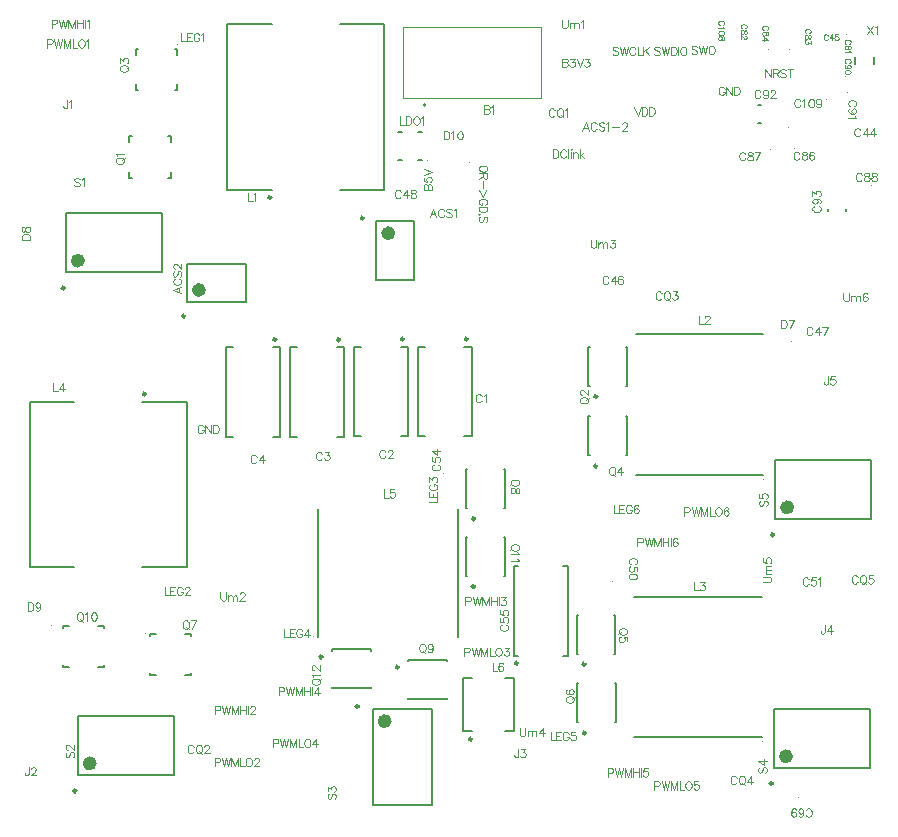
<source format=gbr>
%TF.GenerationSoftware,Altium Limited,Altium Designer,19.1.7 (138)*%
G04 Layer_Color=65535*
%FSLAX45Y45*%
%MOMM*%
%TF.FileFunction,Legend,Top*%
%TF.Part,Single*%
G01*
G75*
%TA.AperFunction,NonConductor*%
%ADD137C,0.10000*%
%ADD138C,0.25000*%
%ADD139C,0.20000*%
%ADD140C,0.05000*%
%ADD201C,0.60000*%
D137*
X6596287Y2379030D02*
G03*
X6596287Y2379030I-5000J0D01*
G01*
X3455000Y7775000D02*
G03*
X3455000Y7775000I-5000J0D01*
G01*
X6300425Y5070000D02*
G03*
X6300425Y5070000I-5000J0D01*
G01*
X105000Y7025000D02*
G03*
X105000Y7025000I-5000J0D01*
G01*
X272500Y3835000D02*
G03*
X272500Y3835000I-5000J0D01*
G01*
X3810925Y7755000D02*
G03*
X3810925Y7755000I-5000J0D01*
G01*
X6540000Y6242500D02*
G03*
X6540000Y6242500I-5000J0D01*
G01*
X4878787Y6616213D02*
G03*
X4878787Y6616213I-5000J0D01*
G01*
X1067500Y3765000D02*
G03*
X1067500Y3765000I-5000J0D01*
G01*
X332925Y3833085D02*
G03*
X332925Y3833085I-5000J0D01*
G01*
X1282500Y8015000D02*
G03*
X1282500Y8015000I-5000J0D01*
G01*
X1337500Y8755000D02*
G03*
X1337500Y8755000I-5000J0D01*
G01*
X3155425Y7421213D02*
G03*
X3155425Y7421213I-5000J0D01*
G01*
X6155085Y8716287D02*
G03*
X6155085Y8716287I-5000J0D01*
G01*
X5972585D02*
G03*
X5972585Y8716287I-5000J0D01*
G01*
X6828713Y8288787D02*
G03*
X6828713Y8288787I-5000J0D01*
G01*
X7010352Y8346213D02*
G03*
X7010352Y8346213I-5000J0D01*
G01*
X7006213Y8842064D02*
G03*
X7006213Y8842064I-5000J0D01*
G01*
X6988713Y8657925D02*
G03*
X6988713Y8657925I-5000J0D01*
G01*
X7243713Y8352075D02*
G03*
X7243713Y8352075I-5000J0D01*
G01*
X6993713Y8483787D02*
G03*
X6993713Y8483787I-5000J0D01*
G01*
X6518362Y8711287D02*
G03*
X6518362Y8711287I-5000J0D01*
G01*
X6336723D02*
G03*
X6336723Y8711287I-5000J0D01*
G01*
X6559575Y7875425D02*
G03*
X6559575Y7875425I-5000J0D01*
G01*
X6514150Y8053787D02*
G03*
X6514150Y8053787I-5000J0D01*
G01*
X6361638Y7868787D02*
G03*
X6361638Y7868787I-5000J0D01*
G01*
X7031213Y7598713D02*
G03*
X7031213Y7598713I-5000J0D01*
G01*
X7212852Y7556213D02*
G03*
X7212852Y7556213I-5000J0D01*
G01*
X3591287Y5123787D02*
G03*
X3591287Y5123787I-5000J0D01*
G01*
X2489575Y3740000D02*
G03*
X2489575Y3740000I-5000J0D01*
G01*
X5021287Y4208787D02*
G03*
X5021287Y4208787I-5000J0D01*
G01*
X6290000Y2850000D02*
G03*
X6290000Y2850000I-5000J0D01*
G01*
X6352925Y4143713D02*
G03*
X6352925Y4143713I-5000J0D01*
G01*
X6626287Y5888787D02*
G03*
X6626287Y5888787I-5000J0D01*
G01*
X3245425Y8905000D02*
X4413425D01*
Y8305000D02*
Y8905000D01*
X3245425Y8305000D02*
X4413425D01*
X3245425D02*
Y8905000D01*
D138*
X4890000Y5775000D02*
G03*
X4890000Y5775000I-12500J0D01*
G01*
X480580Y2435500D02*
G03*
X480580Y2435500I-12500J0D01*
G01*
X1067500Y5795000D02*
G03*
X1067500Y5795000I-12500J0D01*
G01*
X1402000Y6455000D02*
G03*
X1402000Y6455000I-12500J0D01*
G01*
X380580Y6693000D02*
G03*
X380580Y6693000I-12500J0D01*
G01*
X2130000Y7460000D02*
G03*
X2130000Y7460000I-12500J0D01*
G01*
X2913500Y7284000D02*
G03*
X2913500Y7284000I-12500J0D01*
G01*
X2172500Y6257500D02*
G03*
X2172500Y6257500I-12500J0D01*
G01*
X2712925Y6255000D02*
G03*
X2712925Y6255000I-12500J0D01*
G01*
X3253351Y6260000D02*
G03*
X3253351Y6260000I-12500J0D01*
G01*
X3793776D02*
G03*
X3793776Y6260000I-12500J0D01*
G01*
X3855000Y4740000D02*
G03*
X3855000Y4740000I-12500J0D01*
G01*
X2565000Y3570000D02*
G03*
X2565000Y3570000I-12500J0D01*
G01*
X2871500Y3150000D02*
G03*
X2871500Y3150000I-12500J0D01*
G01*
X3210000Y3482500D02*
G03*
X3210000Y3482500I-12500J0D01*
G01*
X3830425Y2872500D02*
G03*
X3830425Y2872500I-12500J0D01*
G01*
X4220000Y3515426D02*
G03*
X4220000Y3515426I-12500J0D01*
G01*
X4790000Y3507500D02*
G03*
X4790000Y3507500I-12500J0D01*
G01*
X4792500Y2925000D02*
G03*
X4792500Y2925000I-12500J0D01*
G01*
X6375425Y2496255D02*
G03*
X6375425Y2496255I-12500J0D01*
G01*
X6385851Y4603755D02*
G03*
X6385851Y4603755I-12500J0D01*
G01*
X4890000Y5185000D02*
G03*
X4890000Y5185000I-12500J0D01*
G01*
X3855000Y4165000D02*
G03*
X3855000Y4165000I-12500J0D01*
G01*
D139*
X3418425Y8240000D02*
G03*
X3438425Y8240000I10000J0D01*
G01*
D02*
G03*
X3418425Y8240000I-10000J0D01*
G01*
X3200000Y8015000D02*
X3240500D01*
X3369500D02*
X3410000D01*
X3200000Y7775000D02*
X3240500D01*
X3369500D02*
X3410000D01*
X5215425Y6300000D02*
X6295425D01*
X5215425Y5110000D02*
X6295425D01*
X5135000Y5865000D02*
X5145000D01*
X4815000Y5865000D02*
X4825000D01*
X5135000Y6195000D02*
X5145000D01*
X4815000D02*
X4825000D01*
X4815000Y5865000D02*
Y6195000D01*
X5145000Y5865000D02*
Y6195000D01*
X1402000Y3415000D02*
X1452500D01*
X1102500D02*
X1153000D01*
X1402000Y3765000D02*
X1452500D01*
X1102500D02*
X1153000D01*
X1452500Y3415000D02*
Y3435000D01*
Y3745000D02*
Y3765000D01*
X1102500Y3415000D02*
Y3435000D01*
Y3745000D02*
Y3765000D01*
X1303080Y2566500D02*
Y3066500D01*
X493080Y2566500D02*
Y3066500D01*
X1303080D01*
X493080Y2566500D02*
X1303080D01*
X667425Y3483085D02*
X717925D01*
X367925D02*
X418425D01*
X667425Y3833085D02*
X717925D01*
X367925D02*
X418425D01*
X717925Y3483085D02*
Y3503085D01*
Y3813085D02*
Y3833085D01*
X367925Y3483085D02*
Y3503085D01*
Y3813085D02*
Y3833085D01*
X1415000Y4330000D02*
Y5730000D01*
X85000Y4330000D02*
Y5730000D01*
X1040000D02*
X1415000D01*
X1040000Y4330000D02*
X1415000D01*
X85000Y5730000D02*
X460000D01*
X85000Y4330000D02*
X460000D01*
X1917500Y6575000D02*
Y6895000D01*
X1417500Y6575000D02*
Y6895000D01*
X1917500D01*
X1417500Y6575000D02*
X1917500D01*
X1203080Y6824000D02*
Y7324000D01*
X393080Y6824000D02*
Y7324000D01*
X1203080D01*
X393080Y6824000D02*
X1203080D01*
X927500Y7625000D02*
Y7675500D01*
Y7924500D02*
Y7975000D01*
X1277500Y7625000D02*
Y7675500D01*
Y7924500D02*
Y7975000D01*
X927500Y7625000D02*
X947500D01*
X1257500D02*
X1277500D01*
X927500Y7975000D02*
X947500D01*
X1257500D02*
X1277500D01*
X982500Y8365000D02*
Y8415500D01*
Y8664500D02*
Y8715000D01*
X1332500Y8365000D02*
Y8415500D01*
Y8664500D02*
Y8715000D01*
X982500Y8365000D02*
X1002500D01*
X1312500D02*
X1332500D01*
X982500Y8715000D02*
X1002500D01*
X1312500D02*
X1332500D01*
X1757500Y7525000D02*
Y8925000D01*
X3087500Y7525000D02*
Y8925000D01*
X1757500Y7525000D02*
X2132500D01*
X1757500Y8925000D02*
X2132500D01*
X2712500Y7525000D02*
X3087500D01*
X2712500Y8925000D02*
X3087500D01*
X3021000Y6756000D02*
X3341000D01*
X3021000Y7256000D02*
X3341000D01*
Y6756000D02*
Y7256000D01*
X3021000Y6756000D02*
Y7256000D01*
X7235000Y8585000D02*
Y8645000D01*
X7075000Y8585000D02*
Y8645000D01*
X6252936Y8240000D02*
X6272936D01*
X6252936Y8085000D02*
X6272936D01*
X6840000Y7342500D02*
Y7362500D01*
X6995000Y7342500D02*
Y7362500D01*
X2207500Y5432500D02*
Y6192500D01*
X1747500Y5432500D02*
Y6192500D01*
X2145000D02*
X2207500D01*
X2145000Y5432500D02*
X2207500D01*
X1747500Y6192500D02*
X1810000D01*
X1747500Y5432500D02*
X1810000D01*
X2747925Y5430000D02*
Y6190000D01*
X2287926Y5430000D02*
Y6190000D01*
X2685425D02*
X2747925D01*
X2685425Y5430000D02*
X2747925D01*
X2287926Y6190000D02*
X2350426D01*
X2287926Y5430000D02*
X2350426D01*
X3288351Y5435000D02*
Y6195000D01*
X2828351Y5435000D02*
Y6195000D01*
X3225851D02*
X3288351D01*
X3225851Y5435000D02*
X3288351D01*
X2828351Y6195000D02*
X2890851D01*
X2828351Y5435000D02*
X2890851D01*
X3828776D02*
Y6195000D01*
X3368776Y5435000D02*
Y6195000D01*
X3766276D02*
X3828776D01*
X3766276Y5435000D02*
X3828776D01*
X3368776Y6195000D02*
X3431276D01*
X3368776Y5435000D02*
X3431276D01*
X4110000Y4830000D02*
Y5160000D01*
X3780000Y4830000D02*
Y5160000D01*
X3790000D01*
X4100000D02*
X4110000D01*
X3780000Y4830000D02*
X3790000D01*
X4100000Y4830000D02*
X4110000D01*
X2524575Y3740000D02*
Y4820000D01*
X3714575Y3740000D02*
Y4820000D01*
X2642500Y3302500D02*
X2972500D01*
X2642500Y3632500D02*
X2972500D01*
Y3622500D02*
Y3632500D01*
Y3302500D02*
Y3312500D01*
X2642500Y3622500D02*
Y3632500D01*
X2642500Y3302500D02*
Y3312500D01*
X2990000Y2315000D02*
X3490000D01*
X2990000Y3125000D02*
X3490000D01*
Y2315000D02*
Y3125000D01*
X2990000Y2315000D02*
Y3125000D01*
X3287500Y3215000D02*
X3617500D01*
X3287500Y3545000D02*
X3617500D01*
Y3535000D02*
Y3545000D01*
Y3215000D02*
Y3225000D01*
X3287500Y3535000D02*
Y3545000D01*
X3287500Y3215000D02*
Y3225000D01*
X3757925Y2937500D02*
Y3387500D01*
X4187925Y2937500D02*
Y3387500D01*
X3757925Y2937500D02*
X3832925D01*
X3757925Y3387500D02*
X3832925D01*
X4112925Y2937500D02*
X4187925D01*
X4112925Y3387500D02*
X4187925D01*
X4182500Y3580426D02*
Y4340426D01*
X4642500Y3580426D02*
Y4340426D01*
X4182500Y3580426D02*
X4222500D01*
X4182500Y4340426D02*
X4222500D01*
X4602500Y3580426D02*
X4642500D01*
X4602500Y4340426D02*
X4642500D01*
X5045000Y3597500D02*
Y3927500D01*
X4715000Y3597500D02*
Y3927500D01*
X4725000D01*
X5035000D02*
X5045000D01*
X4715000Y3597500D02*
X4725000D01*
X5035000Y3597500D02*
X5045000D01*
X5047500Y3015000D02*
Y3345000D01*
X4717500Y3015000D02*
Y3345000D01*
X4727500D01*
X5037500D02*
X5047500D01*
X4717500Y3015000D02*
X4727500D01*
X5037500Y3015000D02*
X5047500D01*
X5205000Y2890000D02*
X6285000D01*
X5205000Y4080000D02*
X6285000D01*
X7197925Y2627255D02*
Y3127255D01*
X6387925Y2627255D02*
Y3127255D01*
X7197925D01*
X6387925Y2627255D02*
X7197925D01*
X7208351Y4734755D02*
Y5234755D01*
X6398350Y4734755D02*
Y5234755D01*
X7208351D01*
X6398350Y4734755D02*
X7208351D01*
X5135000Y5275000D02*
X5145000D01*
X4815000Y5275000D02*
X4825000D01*
X5135000Y5605000D02*
X5145000D01*
X4815000D02*
X4825000D01*
X4815000Y5275000D02*
Y5605000D01*
X5145000Y5275000D02*
Y5605000D01*
X4100000Y4255000D02*
X4110000D01*
X3780000Y4255000D02*
X3790000D01*
X4100000Y4585000D02*
X4110000D01*
X3780000D02*
X3790000D01*
X3780000Y4255000D02*
Y4585000D01*
X4110000Y4255000D02*
Y4585000D01*
D140*
X6655011Y2231994D02*
X6658343Y2225329D01*
X6665009Y2218664D01*
X6671674Y2215331D01*
X6685004D01*
X6691670Y2218664D01*
X6698335Y2225329D01*
X6701667Y2231994D01*
X6705000Y2241992D01*
Y2258655D01*
X6701667Y2268653D01*
X6698335Y2275318D01*
X6691670Y2281983D01*
X6685004Y2285316D01*
X6671674D01*
X6665009Y2281983D01*
X6658343Y2275318D01*
X6655011Y2268653D01*
X6595357Y2225329D02*
X6598689Y2218664D01*
X6608687Y2215331D01*
X6615353D01*
X6625350Y2218664D01*
X6632015Y2228662D01*
X6635348Y2245325D01*
Y2261988D01*
X6632015Y2275318D01*
X6625350Y2281983D01*
X6615353Y2285316D01*
X6612020D01*
X6602022Y2281983D01*
X6595357Y2275318D01*
X6592024Y2265321D01*
Y2261988D01*
X6595357Y2251990D01*
X6602022Y2245325D01*
X6612020Y2241992D01*
X6615353D01*
X6625350Y2245325D01*
X6632015Y2251990D01*
X6635348Y2261988D01*
X6533370Y2238659D02*
X6536702Y2248657D01*
X6543368Y2255323D01*
X6553366Y2258655D01*
X6556698D01*
X6566696Y2255323D01*
X6573361Y2248657D01*
X6576694Y2238659D01*
Y2235327D01*
X6573361Y2225329D01*
X6566696Y2218664D01*
X6556698Y2215331D01*
X6553366D01*
X6543368Y2218664D01*
X6536702Y2225329D01*
X6533370Y2238659D01*
Y2255323D01*
X6536702Y2271986D01*
X6543368Y2281983D01*
X6553366Y2285316D01*
X6560031D01*
X6570029Y2281983D01*
X6573361Y2275318D01*
X5627500Y4798326D02*
X5657494D01*
X5667492Y4801659D01*
X5670824Y4804992D01*
X5674157Y4811657D01*
Y4821655D01*
X5670824Y4828320D01*
X5667492Y4831653D01*
X5657494Y4834985D01*
X5627500D01*
Y4765000D01*
X5689820Y4834985D02*
X5706483Y4765000D01*
X5723147Y4834985D02*
X5706483Y4765000D01*
X5723147Y4834985D02*
X5739810Y4765000D01*
X5756473Y4834985D02*
X5739810Y4765000D01*
X5770470Y4834985D02*
Y4765000D01*
Y4834985D02*
X5797131Y4765000D01*
X5823792Y4834985D02*
X5797131Y4765000D01*
X5823792Y4834985D02*
Y4765000D01*
X5843788Y4834985D02*
Y4765000D01*
X5883779D01*
X5911440Y4834985D02*
X5904775Y4831653D01*
X5898109Y4824987D01*
X5894777Y4818322D01*
X5891444Y4808324D01*
Y4791661D01*
X5894777Y4781663D01*
X5898109Y4774998D01*
X5904775Y4768333D01*
X5911440Y4765000D01*
X5924770D01*
X5931436Y4768333D01*
X5938101Y4774998D01*
X5941434Y4781663D01*
X5944766Y4791661D01*
Y4808324D01*
X5941434Y4818322D01*
X5938101Y4824987D01*
X5931436Y4831653D01*
X5924770Y4834985D01*
X5911440D01*
X6001088Y4824987D02*
X5997755Y4831653D01*
X5987757Y4834985D01*
X5981092D01*
X5971094Y4831653D01*
X5964429Y4821655D01*
X5961096Y4804992D01*
Y4788328D01*
X5964429Y4774998D01*
X5971094Y4768333D01*
X5981092Y4765000D01*
X5984424D01*
X5994422Y4768333D01*
X6001088Y4774998D01*
X6004420Y4784996D01*
Y4788328D01*
X6001088Y4798326D01*
X5994422Y4804992D01*
X5984424Y4808324D01*
X5981092D01*
X5971094Y4804992D01*
X5964429Y4798326D01*
X5961096Y4788328D01*
X5372500Y2478326D02*
X5402494D01*
X5412492Y2481659D01*
X5415824Y2484991D01*
X5419157Y2491657D01*
Y2501655D01*
X5415824Y2508320D01*
X5412492Y2511652D01*
X5402494Y2514985D01*
X5372500D01*
Y2445000D01*
X5434820Y2514985D02*
X5451483Y2445000D01*
X5468147Y2514985D02*
X5451483Y2445000D01*
X5468147Y2514985D02*
X5484810Y2445000D01*
X5501473Y2514985D02*
X5484810Y2445000D01*
X5515470Y2514985D02*
Y2445000D01*
Y2514985D02*
X5542131Y2445000D01*
X5568792Y2514985D02*
X5542131Y2445000D01*
X5568792Y2514985D02*
Y2445000D01*
X5588788Y2514985D02*
Y2445000D01*
X5628779D01*
X5656440Y2514985D02*
X5649775Y2511652D01*
X5643109Y2504987D01*
X5639777Y2498322D01*
X5636444Y2488324D01*
Y2471661D01*
X5639777Y2461663D01*
X5643109Y2454998D01*
X5649775Y2448333D01*
X5656440Y2445000D01*
X5669770D01*
X5676436Y2448333D01*
X5683101Y2454998D01*
X5686434Y2461663D01*
X5689766Y2471661D01*
Y2488324D01*
X5686434Y2498322D01*
X5683101Y2504987D01*
X5676436Y2511652D01*
X5669770Y2514985D01*
X5656440D01*
X5746088D02*
X5712761D01*
X5709429Y2484991D01*
X5712761Y2488324D01*
X5722759Y2491657D01*
X5732757D01*
X5742755Y2488324D01*
X5749420Y2481659D01*
X5752753Y2471661D01*
Y2464996D01*
X5749420Y2454998D01*
X5742755Y2448333D01*
X5732757Y2445000D01*
X5722759D01*
X5712761Y2448333D01*
X5709429Y2451665D01*
X5706096Y2458330D01*
X2145000Y2838326D02*
X2174994D01*
X2184992Y2841659D01*
X2188324Y2844992D01*
X2191657Y2851657D01*
Y2861655D01*
X2188324Y2868320D01*
X2184992Y2871652D01*
X2174994Y2874985D01*
X2145000D01*
Y2805000D01*
X2207320Y2874985D02*
X2223983Y2805000D01*
X2240647Y2874985D02*
X2223983Y2805000D01*
X2240647Y2874985D02*
X2257310Y2805000D01*
X2273973Y2874985D02*
X2257310Y2805000D01*
X2287970Y2874985D02*
Y2805000D01*
Y2874985D02*
X2314631Y2805000D01*
X2341292Y2874985D02*
X2314631Y2805000D01*
X2341292Y2874985D02*
Y2805000D01*
X2361288Y2874985D02*
Y2805000D01*
X2401279D01*
X2428940Y2874985D02*
X2422275Y2871652D01*
X2415609Y2864987D01*
X2412277Y2858322D01*
X2408944Y2848324D01*
Y2831661D01*
X2412277Y2821663D01*
X2415609Y2814998D01*
X2422275Y2808333D01*
X2428940Y2805000D01*
X2442270D01*
X2448936Y2808333D01*
X2455601Y2814998D01*
X2458934Y2821663D01*
X2462266Y2831661D01*
Y2848324D01*
X2458934Y2858322D01*
X2455601Y2864987D01*
X2448936Y2871652D01*
X2442270Y2874985D01*
X2428940D01*
X2511922D02*
X2478596Y2828328D01*
X2528585D01*
X2511922Y2874985D02*
Y2805000D01*
X3765000Y3610826D02*
X3794994D01*
X3804992Y3614159D01*
X3808324Y3617492D01*
X3811657Y3624157D01*
Y3634155D01*
X3808324Y3640820D01*
X3804992Y3644152D01*
X3794994Y3647485D01*
X3765000D01*
Y3577500D01*
X3827320Y3647485D02*
X3843983Y3577500D01*
X3860647Y3647485D02*
X3843983Y3577500D01*
X3860647Y3647485D02*
X3877310Y3577500D01*
X3893973Y3647485D02*
X3877310Y3577500D01*
X3907970Y3647485D02*
Y3577500D01*
Y3647485D02*
X3934631Y3577500D01*
X3961292Y3647485D02*
X3934631Y3577500D01*
X3961292Y3647485D02*
Y3577500D01*
X3981288Y3647485D02*
Y3577500D01*
X4021279D01*
X4048940Y3647485D02*
X4042275Y3644152D01*
X4035609Y3637487D01*
X4032277Y3630822D01*
X4028944Y3620824D01*
Y3604161D01*
X4032277Y3594163D01*
X4035609Y3587498D01*
X4042275Y3580833D01*
X4048940Y3577500D01*
X4062271D01*
X4068936Y3580833D01*
X4075601Y3587498D01*
X4078934Y3594163D01*
X4082266Y3604161D01*
Y3620824D01*
X4078934Y3630822D01*
X4075601Y3637487D01*
X4068936Y3644152D01*
X4062271Y3647485D01*
X4048940D01*
X4105261D02*
X4141920D01*
X4121924Y3620824D01*
X4131922D01*
X4138588Y3617492D01*
X4141920Y3614159D01*
X4145253Y3604161D01*
Y3597496D01*
X4141920Y3587498D01*
X4135255Y3580833D01*
X4125257Y3577500D01*
X4115259D01*
X4105261Y3580833D01*
X4101929Y3584165D01*
X4098596Y3590831D01*
X1650000Y2676571D02*
X1679994D01*
X1689992Y2679904D01*
X1693324Y2683236D01*
X1696657Y2689902D01*
Y2699900D01*
X1693324Y2706565D01*
X1689992Y2709897D01*
X1679994Y2713230D01*
X1650000D01*
Y2643245D01*
X1712320Y2713230D02*
X1728983Y2643245D01*
X1745646Y2713230D02*
X1728983Y2643245D01*
X1745646Y2713230D02*
X1762310Y2643245D01*
X1778973Y2713230D02*
X1762310Y2643245D01*
X1792970Y2713230D02*
Y2643245D01*
Y2713230D02*
X1819631Y2643245D01*
X1846292Y2713230D02*
X1819631Y2643245D01*
X1846292Y2713230D02*
Y2643245D01*
X1866288Y2713230D02*
Y2643245D01*
X1906279D01*
X1933940Y2713230D02*
X1927275Y2709897D01*
X1920609Y2703232D01*
X1917277Y2696567D01*
X1913944Y2686569D01*
Y2669906D01*
X1917277Y2659908D01*
X1920609Y2653243D01*
X1927275Y2646578D01*
X1933940Y2643245D01*
X1947270D01*
X1953936Y2646578D01*
X1960601Y2653243D01*
X1963934Y2659908D01*
X1967266Y2669906D01*
Y2686569D01*
X1963934Y2696567D01*
X1960601Y2703232D01*
X1953936Y2709897D01*
X1947270Y2713230D01*
X1933940D01*
X1986929Y2696567D02*
Y2699900D01*
X1990261Y2706565D01*
X1993594Y2709897D01*
X2000259Y2713230D01*
X2013590D01*
X2020255Y2709897D01*
X2023588Y2706565D01*
X2026920Y2699900D01*
Y2693234D01*
X2023588Y2686569D01*
X2016922Y2676571D01*
X1983596Y2643245D01*
X2030253D01*
X232500Y8760826D02*
X262494D01*
X272491Y8764159D01*
X275824Y8767491D01*
X279157Y8774157D01*
Y8784155D01*
X275824Y8790820D01*
X272491Y8794152D01*
X262494Y8797485D01*
X232500D01*
Y8727500D01*
X294820Y8797485D02*
X311483Y8727500D01*
X328146Y8797485D02*
X311483Y8727500D01*
X328146Y8797485D02*
X344810Y8727500D01*
X361472Y8797485D02*
X344810Y8727500D01*
X375470Y8797485D02*
Y8727500D01*
Y8797485D02*
X402131Y8727500D01*
X428792Y8797485D02*
X402131Y8727500D01*
X428792Y8797485D02*
Y8727500D01*
X448788Y8797485D02*
Y8727500D01*
X488779D01*
X516440Y8797485D02*
X509774Y8794152D01*
X503109Y8787487D01*
X499777Y8780822D01*
X496444Y8770824D01*
Y8754161D01*
X499777Y8744163D01*
X503109Y8737498D01*
X509774Y8730833D01*
X516440Y8727500D01*
X529770D01*
X536436Y8730833D01*
X543101Y8737498D01*
X546434Y8744163D01*
X549766Y8754161D01*
Y8770824D01*
X546434Y8780822D01*
X543101Y8787487D01*
X536436Y8794152D01*
X529770Y8797485D01*
X516440D01*
X566096Y8784155D02*
X572761Y8787487D01*
X582759Y8797485D01*
Y8727500D01*
X5230745Y4538326D02*
X5260739D01*
X5270737Y4541659D01*
X5274069Y4544992D01*
X5277402Y4551657D01*
Y4561655D01*
X5274069Y4568320D01*
X5270737Y4571653D01*
X5260739Y4574985D01*
X5230745D01*
Y4505000D01*
X5293065Y4574985D02*
X5309729Y4505000D01*
X5326392Y4574985D02*
X5309729Y4505000D01*
X5326392Y4574985D02*
X5343055Y4505000D01*
X5359718Y4574985D02*
X5343055Y4505000D01*
X5373715Y4574985D02*
Y4505000D01*
Y4574985D02*
X5400376Y4505000D01*
X5427037Y4574985D02*
X5400376Y4505000D01*
X5427037Y4574985D02*
Y4505000D01*
X5447033Y4574985D02*
Y4505000D01*
X5493690Y4574985D02*
Y4505000D01*
X5447033Y4541659D02*
X5493690D01*
X5513019Y4574985D02*
Y4505000D01*
X5567674Y4564987D02*
X5564341Y4571653D01*
X5554343Y4574985D01*
X5547678D01*
X5537680Y4571653D01*
X5531015Y4561655D01*
X5527682Y4544992D01*
Y4528329D01*
X5531015Y4514998D01*
X5537680Y4508333D01*
X5547678Y4505000D01*
X5551011D01*
X5561009Y4508333D01*
X5567674Y4514998D01*
X5571006Y4524996D01*
Y4528329D01*
X5567674Y4538326D01*
X5561009Y4544992D01*
X5551011Y4548324D01*
X5547678D01*
X5537680Y4544992D01*
X5531015Y4538326D01*
X5527682Y4528329D01*
X4980000Y2588912D02*
X5009994D01*
X5019992Y2592244D01*
X5023324Y2595577D01*
X5026657Y2602242D01*
Y2612240D01*
X5023324Y2618905D01*
X5019992Y2622238D01*
X5009994Y2625571D01*
X4980000D01*
Y2555585D01*
X5042320Y2625571D02*
X5058984Y2555585D01*
X5075647Y2625571D02*
X5058984Y2555585D01*
X5075647Y2625571D02*
X5092310Y2555585D01*
X5108973Y2625571D02*
X5092310Y2555585D01*
X5122970Y2625571D02*
Y2555585D01*
Y2625571D02*
X5149631Y2555585D01*
X5176292Y2625571D02*
X5149631Y2555585D01*
X5176292Y2625571D02*
Y2555585D01*
X5196288Y2625571D02*
Y2555585D01*
X5242945Y2625571D02*
Y2555585D01*
X5196288Y2592244D02*
X5242945D01*
X5262274Y2625571D02*
Y2555585D01*
X5316929Y2625571D02*
X5283603D01*
X5280270Y2595577D01*
X5283603Y2598909D01*
X5293601Y2602242D01*
X5303598D01*
X5313596Y2598909D01*
X5320261Y2592244D01*
X5323594Y2582247D01*
Y2575581D01*
X5320261Y2565583D01*
X5313596Y2558918D01*
X5303598Y2555585D01*
X5293601D01*
X5283603Y2558918D01*
X5280270Y2562251D01*
X5276937Y2568916D01*
X2195000Y3275826D02*
X2224994D01*
X2234991Y3279159D01*
X2238324Y3282492D01*
X2241657Y3289157D01*
Y3299155D01*
X2238324Y3305820D01*
X2234991Y3309152D01*
X2224994Y3312485D01*
X2195000D01*
Y3242500D01*
X2257320Y3312485D02*
X2273983Y3242500D01*
X2290646Y3312485D02*
X2273983Y3242500D01*
X2290646Y3312485D02*
X2307310Y3242500D01*
X2323972Y3312485D02*
X2307310Y3242500D01*
X2337970Y3312485D02*
Y3242500D01*
Y3312485D02*
X2364631Y3242500D01*
X2391292Y3312485D02*
X2364631Y3242500D01*
X2391292Y3312485D02*
Y3242500D01*
X2411288Y3312485D02*
Y3242500D01*
X2457944Y3312485D02*
Y3242500D01*
X2411288Y3279159D02*
X2457944D01*
X2477273Y3312485D02*
Y3242500D01*
X2525263Y3312485D02*
X2491937Y3265828D01*
X2541927D01*
X2525263Y3312485D02*
Y3242500D01*
X3775000Y4040826D02*
X3804994D01*
X3814992Y4044159D01*
X3818324Y4047492D01*
X3821657Y4054157D01*
Y4064155D01*
X3818324Y4070820D01*
X3814992Y4074152D01*
X3804994Y4077485D01*
X3775000D01*
Y4007500D01*
X3837320Y4077485D02*
X3853983Y4007500D01*
X3870647Y4077485D02*
X3853983Y4007500D01*
X3870647Y4077485D02*
X3887310Y4007500D01*
X3903973Y4077485D02*
X3887310Y4007500D01*
X3917970Y4077485D02*
Y4007500D01*
Y4077485D02*
X3944631Y4007500D01*
X3971292Y4077485D02*
X3944631Y4007500D01*
X3971292Y4077485D02*
Y4007500D01*
X3991288Y4077485D02*
Y4007500D01*
X4037944Y4077485D02*
Y4007500D01*
X3991288Y4044159D02*
X4037944D01*
X4057274Y4077485D02*
Y4007500D01*
X4078602Y4077485D02*
X4115261D01*
X4095266Y4050824D01*
X4105264D01*
X4111929Y4047492D01*
X4115261Y4044159D01*
X4118594Y4034161D01*
Y4027496D01*
X4115261Y4017498D01*
X4108596Y4010833D01*
X4098598Y4007500D01*
X4088600D01*
X4078602Y4010833D01*
X4075270Y4014165D01*
X4071937Y4020830D01*
X1652500Y3115826D02*
X1682494D01*
X1692492Y3119159D01*
X1695824Y3122491D01*
X1699157Y3129157D01*
Y3139155D01*
X1695824Y3145820D01*
X1692492Y3149152D01*
X1682494Y3152485D01*
X1652500D01*
Y3082500D01*
X1714820Y3152485D02*
X1731483Y3082500D01*
X1748147Y3152485D02*
X1731483Y3082500D01*
X1748147Y3152485D02*
X1764810Y3082500D01*
X1781473Y3152485D02*
X1764810Y3082500D01*
X1795470Y3152485D02*
Y3082500D01*
Y3152485D02*
X1822131Y3082500D01*
X1848792Y3152485D02*
X1822131Y3082500D01*
X1848792Y3152485D02*
Y3082500D01*
X1868788Y3152485D02*
Y3082500D01*
X1915444Y3152485D02*
Y3082500D01*
X1868788Y3119159D02*
X1915444D01*
X1934774Y3152485D02*
Y3082500D01*
X1952770Y3135822D02*
Y3139155D01*
X1956103Y3145820D01*
X1959435Y3149152D01*
X1966100Y3152485D01*
X1979431D01*
X1986096Y3149152D01*
X1989429Y3145820D01*
X1992761Y3139155D01*
Y3132489D01*
X1989429Y3125824D01*
X1982764Y3115826D01*
X1949437Y3082500D01*
X1996094D01*
X270000Y8928326D02*
X299994D01*
X309992Y8931659D01*
X313324Y8934992D01*
X316657Y8941657D01*
Y8951655D01*
X313324Y8958320D01*
X309992Y8961652D01*
X299994Y8964985D01*
X270000D01*
Y8895000D01*
X332320Y8964985D02*
X348983Y8895000D01*
X365646Y8964985D02*
X348983Y8895000D01*
X365646Y8964985D02*
X382310Y8895000D01*
X398973Y8964985D02*
X382310Y8895000D01*
X412970Y8964985D02*
Y8895000D01*
Y8964985D02*
X439631Y8895000D01*
X466292Y8964985D02*
X439631Y8895000D01*
X466292Y8964985D02*
Y8895000D01*
X486288Y8964985D02*
Y8895000D01*
X532944Y8964985D02*
Y8895000D01*
X486288Y8931659D02*
X532944D01*
X552273Y8964985D02*
Y8895000D01*
X566937Y8951655D02*
X573602Y8954987D01*
X583600Y8964985D01*
Y8895000D01*
X5968235Y8380822D02*
X5964902Y8387487D01*
X5958237Y8394152D01*
X5951572Y8397485D01*
X5938241D01*
X5931576Y8394152D01*
X5924910Y8387487D01*
X5921578Y8380822D01*
X5918245Y8370824D01*
Y8354161D01*
X5921578Y8344163D01*
X5924910Y8337498D01*
X5931576Y8330833D01*
X5938241Y8327500D01*
X5951572D01*
X5958237Y8330833D01*
X5964902Y8337498D01*
X5968235Y8344163D01*
Y8354161D01*
X5951572D02*
X5968235D01*
X5984231Y8397485D02*
Y8327500D01*
Y8397485D02*
X6030888Y8327500D01*
Y8397485D02*
Y8327500D01*
X6050217Y8397485D02*
Y8327500D01*
Y8397485D02*
X6073545D01*
X6083543Y8394152D01*
X6090209Y8387487D01*
X6093541Y8380822D01*
X6096874Y8370824D01*
Y8354161D01*
X6093541Y8344163D01*
X6090209Y8337498D01*
X6083543Y8330833D01*
X6073545Y8327500D01*
X6050217D01*
X5066657Y8724987D02*
X5059992Y8731652D01*
X5049994Y8734985D01*
X5036663D01*
X5026665Y8731652D01*
X5020000Y8724987D01*
Y8718322D01*
X5023333Y8711657D01*
X5026665Y8708324D01*
X5033331Y8704991D01*
X5053326Y8698326D01*
X5059992Y8694994D01*
X5063324Y8691661D01*
X5066657Y8684996D01*
Y8674998D01*
X5059992Y8668333D01*
X5049994Y8665000D01*
X5036663D01*
X5026665Y8668333D01*
X5020000Y8674998D01*
X5082320Y8734985D02*
X5098983Y8665000D01*
X5115647Y8734985D02*
X5098983Y8665000D01*
X5115647Y8734985D02*
X5132310Y8665000D01*
X5148973Y8734985D02*
X5132310Y8665000D01*
X5212959Y8718322D02*
X5209627Y8724987D01*
X5202961Y8731652D01*
X5196296Y8734985D01*
X5182966D01*
X5176300Y8731652D01*
X5169635Y8724987D01*
X5166303Y8718322D01*
X5162970Y8708324D01*
Y8691661D01*
X5166303Y8681663D01*
X5169635Y8674998D01*
X5176300Y8668333D01*
X5182966Y8665000D01*
X5196296D01*
X5202961Y8668333D01*
X5209627Y8674998D01*
X5212959Y8681663D01*
X5232622Y8734985D02*
Y8665000D01*
X5272613D01*
X5280278Y8734985D02*
Y8665000D01*
X5326935Y8734985D02*
X5280278Y8688328D01*
X5296941Y8704991D02*
X5326935Y8665000D01*
X5736657Y8732487D02*
X5729992Y8739152D01*
X5719994Y8742485D01*
X5706663D01*
X5696665Y8739152D01*
X5690000Y8732487D01*
Y8725822D01*
X5693333Y8719157D01*
X5696665Y8715824D01*
X5703330Y8712491D01*
X5723326Y8705826D01*
X5729992Y8702493D01*
X5733324Y8699161D01*
X5736657Y8692495D01*
Y8682498D01*
X5729992Y8675833D01*
X5719994Y8672500D01*
X5706663D01*
X5696665Y8675833D01*
X5690000Y8682498D01*
X5752320Y8742485D02*
X5768983Y8672500D01*
X5785647Y8742485D02*
X5768983Y8672500D01*
X5785647Y8742485D02*
X5802310Y8672500D01*
X5818973Y8742485D02*
X5802310Y8672500D01*
X5852965Y8742485D02*
X5846300Y8739152D01*
X5839635Y8732487D01*
X5836303Y8725822D01*
X5832970Y8715824D01*
Y8699161D01*
X5836303Y8689163D01*
X5839635Y8682498D01*
X5846300Y8675833D01*
X5852965Y8672500D01*
X5866296D01*
X5872961Y8675833D01*
X5879627Y8682498D01*
X5882959Y8689163D01*
X5886292Y8699161D01*
Y8715824D01*
X5882959Y8725822D01*
X5879627Y8732487D01*
X5872961Y8739152D01*
X5866296Y8742485D01*
X5852965D01*
X6312500Y8544985D02*
Y8475000D01*
Y8544985D02*
X6359157Y8475000D01*
Y8544985D02*
Y8475000D01*
X6378486Y8544985D02*
Y8475000D01*
Y8544985D02*
X6408479D01*
X6418477Y8541652D01*
X6421810Y8538320D01*
X6425143Y8531655D01*
Y8524990D01*
X6421810Y8518324D01*
X6418477Y8514992D01*
X6408479Y8511659D01*
X6378486D01*
X6401814D02*
X6425143Y8475000D01*
X6487463Y8534987D02*
X6480798Y8541652D01*
X6470800Y8544985D01*
X6457469D01*
X6447471Y8541652D01*
X6440806Y8534987D01*
Y8528322D01*
X6444139Y8521657D01*
X6447471Y8518324D01*
X6454136Y8514992D01*
X6474132Y8508326D01*
X6480798Y8504994D01*
X6484130Y8501661D01*
X6487463Y8494996D01*
Y8484998D01*
X6480798Y8478333D01*
X6470800Y8475000D01*
X6457469D01*
X6447471Y8478333D01*
X6440806Y8484998D01*
X6526455Y8544985D02*
Y8475000D01*
X6503126Y8544985D02*
X6549783D01*
X5419157Y8724987D02*
X5412492Y8731652D01*
X5402494Y8734985D01*
X5389163D01*
X5379165Y8731652D01*
X5372500Y8724987D01*
Y8718322D01*
X5375833Y8711657D01*
X5379165Y8708324D01*
X5385830Y8704991D01*
X5405826Y8698326D01*
X5412492Y8694994D01*
X5415824Y8691661D01*
X5419157Y8684996D01*
Y8674998D01*
X5412492Y8668333D01*
X5402494Y8665000D01*
X5389163D01*
X5379165Y8668333D01*
X5372500Y8674998D01*
X5434820Y8734985D02*
X5451483Y8665000D01*
X5468147Y8734985D02*
X5451483Y8665000D01*
X5468147Y8734985D02*
X5484810Y8665000D01*
X5501473Y8734985D02*
X5484810Y8665000D01*
X5515470Y8734985D02*
Y8665000D01*
Y8734985D02*
X5538798D01*
X5548796Y8731652D01*
X5555461Y8724987D01*
X5558794Y8718322D01*
X5562127Y8708324D01*
Y8691661D01*
X5558794Y8681663D01*
X5555461Y8674998D01*
X5548796Y8668333D01*
X5538798Y8665000D01*
X5515470D01*
X5577790Y8734985D02*
Y8665000D01*
X5612449Y8734985D02*
X5605784Y8731652D01*
X5599119Y8724987D01*
X5595786Y8718322D01*
X5592454Y8708324D01*
Y8691661D01*
X5595786Y8681663D01*
X5599119Y8674998D01*
X5605784Y8668333D01*
X5612449Y8665000D01*
X5625780D01*
X5632445Y8668333D01*
X5639110Y8674998D01*
X5642443Y8681663D01*
X5645776Y8691661D01*
Y8708324D01*
X5642443Y8718322D01*
X5639110Y8724987D01*
X5632445Y8731652D01*
X5625780Y8734985D01*
X5612449D01*
X5205000Y8222485D02*
X5231661Y8152500D01*
X5258322Y8222485D02*
X5231661Y8152500D01*
X5267320Y8222485D02*
Y8152500D01*
Y8222485D02*
X5290649D01*
X5300646Y8219152D01*
X5307312Y8212487D01*
X5310644Y8205822D01*
X5313977Y8195824D01*
Y8179161D01*
X5310644Y8169163D01*
X5307312Y8162498D01*
X5300646Y8155833D01*
X5290649Y8152500D01*
X5267320D01*
X5329640Y8222485D02*
Y8152500D01*
Y8222485D02*
X5352969D01*
X5362967Y8219152D01*
X5369632Y8212487D01*
X5372964Y8205822D01*
X5376297Y8195824D01*
Y8179161D01*
X5372964Y8169163D01*
X5369632Y8162498D01*
X5362967Y8155833D01*
X5352969Y8152500D01*
X5329640D01*
X1557489Y5518322D02*
X1554157Y5524987D01*
X1547491Y5531652D01*
X1540826Y5534985D01*
X1527496D01*
X1520830Y5531652D01*
X1514165Y5524987D01*
X1510833Y5518322D01*
X1507500Y5508324D01*
Y5491661D01*
X1510833Y5481663D01*
X1514165Y5474998D01*
X1520830Y5468333D01*
X1527496Y5465000D01*
X1540826D01*
X1547491Y5468333D01*
X1554157Y5474998D01*
X1557489Y5481663D01*
Y5491661D01*
X1540826D02*
X1557489D01*
X1573486Y5534985D02*
Y5465000D01*
Y5534985D02*
X1620143Y5465000D01*
Y5534985D02*
Y5465000D01*
X1639472Y5534985D02*
Y5465000D01*
Y5534985D02*
X1662800D01*
X1672798Y5531652D01*
X1679463Y5524987D01*
X1682796Y5518322D01*
X1686128Y5508324D01*
Y5491661D01*
X1682796Y5481663D01*
X1679463Y5474998D01*
X1672798Y5468333D01*
X1662800Y5465000D01*
X1639472D01*
X3959985Y7705004D02*
X3956652Y7715002D01*
X3946655Y7721667D01*
X3929992Y7725000D01*
X3919994D01*
X3903331Y7721667D01*
X3893333Y7715002D01*
X3890000Y7705004D01*
Y7698339D01*
X3893333Y7688341D01*
X3903331Y7681676D01*
X3919994Y7678343D01*
X3929992D01*
X3946655Y7681676D01*
X3956652Y7688341D01*
X3959985Y7698339D01*
Y7705004D01*
Y7662680D02*
X3890000D01*
X3959985D02*
Y7632686D01*
X3956652Y7622688D01*
X3953320Y7619356D01*
X3946655Y7616023D01*
X3939990D01*
X3933324Y7619356D01*
X3929992Y7622688D01*
X3926659Y7632686D01*
Y7662680D01*
Y7639351D02*
X3890000Y7616023D01*
X3919994Y7600360D02*
Y7540373D01*
X3949987Y7519710D02*
X3919994Y7466388D01*
X3890000Y7519710D01*
X3943322Y7396403D02*
X3949987Y7399736D01*
X3956652Y7406401D01*
X3959985Y7413066D01*
Y7426397D01*
X3956652Y7433062D01*
X3949987Y7439727D01*
X3943322Y7443060D01*
X3933324Y7446392D01*
X3916661D01*
X3906663Y7443060D01*
X3899998Y7439727D01*
X3893333Y7433062D01*
X3890000Y7426397D01*
Y7413066D01*
X3893333Y7406401D01*
X3899998Y7399736D01*
X3906663Y7396403D01*
X3916661D01*
Y7413066D02*
Y7396403D01*
X3959985Y7380406D02*
X3890000D01*
X3959985D02*
Y7357078D01*
X3956652Y7347080D01*
X3949987Y7340415D01*
X3943322Y7337082D01*
X3933324Y7333750D01*
X3916661D01*
X3906663Y7337082D01*
X3899998Y7340415D01*
X3893333Y7347080D01*
X3890000Y7357078D01*
Y7380406D01*
X3893333Y7311421D02*
X3890000Y7314753D01*
X3893333Y7318086D01*
X3896665Y7314753D01*
X3893333Y7311421D01*
X3886667D01*
X3880002Y7314753D01*
X3876670Y7318086D01*
X3949987Y7249434D02*
X3956652Y7256099D01*
X3959985Y7266097D01*
Y7279428D01*
X3956652Y7289426D01*
X3949987Y7296091D01*
X3943322D01*
X3936657Y7292758D01*
X3933324Y7289426D01*
X3929992Y7282760D01*
X3923326Y7262764D01*
X3919994Y7256099D01*
X3916661Y7252767D01*
X3909996Y7249434D01*
X3899998D01*
X3893333Y7256099D01*
X3890000Y7266097D01*
Y7279428D01*
X3893333Y7289426D01*
X3899998Y7296091D01*
X4592500Y8634985D02*
Y8565000D01*
Y8634985D02*
X4622494D01*
X4632492Y8631652D01*
X4635824Y8628320D01*
X4639157Y8621655D01*
Y8614989D01*
X4635824Y8608324D01*
X4632492Y8604991D01*
X4622494Y8601659D01*
X4592500D02*
X4622494D01*
X4632492Y8598326D01*
X4635824Y8594993D01*
X4639157Y8588328D01*
Y8578330D01*
X4635824Y8571665D01*
X4632492Y8568333D01*
X4622494Y8565000D01*
X4592500D01*
X4661485Y8634985D02*
X4698144D01*
X4678149Y8608324D01*
X4688147D01*
X4694812Y8604991D01*
X4698144Y8601659D01*
X4701477Y8591661D01*
Y8584996D01*
X4698144Y8574998D01*
X4691479Y8568333D01*
X4681481Y8565000D01*
X4671483D01*
X4661485Y8568333D01*
X4658153Y8571665D01*
X4654820Y8578330D01*
X4717140Y8634985D02*
X4743802Y8565000D01*
X4770462Y8634985D02*
X4743802Y8565000D01*
X4786126Y8634985D02*
X4822785D01*
X4802789Y8608324D01*
X4812787D01*
X4819452Y8604991D01*
X4822785Y8601659D01*
X4826117Y8591661D01*
Y8584996D01*
X4822785Y8574998D01*
X4816119Y8568333D01*
X4806122Y8565000D01*
X4796124D01*
X4786126Y8568333D01*
X4782793Y8571665D01*
X4779461Y8578330D01*
X3420015Y7525000D02*
X3490000D01*
X3420015D02*
Y7554994D01*
X3423347Y7564991D01*
X3426680Y7568324D01*
X3433345Y7571657D01*
X3440010D01*
X3446676Y7568324D01*
X3450008Y7564991D01*
X3453341Y7554994D01*
Y7525000D02*
Y7554994D01*
X3456674Y7564991D01*
X3460006Y7568324D01*
X3466672Y7571657D01*
X3476669D01*
X3483335Y7568324D01*
X3486667Y7564991D01*
X3490000Y7554994D01*
Y7525000D01*
X3420015Y7627312D02*
Y7593985D01*
X3450008Y7590653D01*
X3446676Y7593985D01*
X3443343Y7603983D01*
Y7613981D01*
X3446676Y7623979D01*
X3453341Y7630644D01*
X3463339Y7633977D01*
X3470004D01*
X3480002Y7630644D01*
X3486667Y7623979D01*
X3490000Y7613981D01*
Y7603983D01*
X3486667Y7593985D01*
X3483335Y7590653D01*
X3476669Y7587320D01*
X3420015Y7649640D02*
X3490000Y7676301D01*
X3420015Y7702962D02*
X3490000Y7676301D01*
X2240000Y3804985D02*
Y3735000D01*
X2279992D01*
X2330981Y3804985D02*
X2287657D01*
Y3735000D01*
X2330981D01*
X2287657Y3771659D02*
X2314318D01*
X2392634Y3788322D02*
X2389302Y3794987D01*
X2382636Y3801652D01*
X2375971Y3804985D01*
X2362640D01*
X2355975Y3801652D01*
X2349310Y3794987D01*
X2345978Y3788322D01*
X2342645Y3778324D01*
Y3761661D01*
X2345978Y3751663D01*
X2349310Y3744998D01*
X2355975Y3738333D01*
X2362640Y3735000D01*
X2375971D01*
X2382636Y3738333D01*
X2389302Y3744998D01*
X2392634Y3751663D01*
Y3761661D01*
X2375971D02*
X2392634D01*
X2441957Y3804985D02*
X2408631Y3758328D01*
X2458620D01*
X2441957Y3804985D02*
Y3735000D01*
X3467515Y4877500D02*
X3537500D01*
Y4917492D01*
X3467515Y4968481D02*
Y4925157D01*
X3537500D01*
Y4968481D01*
X3500841Y4925157D02*
Y4951818D01*
X3484178Y5030134D02*
X3477513Y5026801D01*
X3470848Y5020136D01*
X3467515Y5013471D01*
Y5000140D01*
X3470848Y4993475D01*
X3477513Y4986810D01*
X3484178Y4983477D01*
X3494176Y4980145D01*
X3510839D01*
X3520837Y4983477D01*
X3527502Y4986810D01*
X3534167Y4993475D01*
X3537500Y5000140D01*
Y5013471D01*
X3534167Y5020136D01*
X3527502Y5026801D01*
X3520837Y5030134D01*
X3510839D01*
Y5013471D02*
Y5030134D01*
X3467515Y5052796D02*
Y5089455D01*
X3494176Y5069459D01*
Y5079457D01*
X3497508Y5086122D01*
X3500841Y5089455D01*
X3510839Y5092787D01*
X3517504D01*
X3527502Y5089455D01*
X3534167Y5082789D01*
X3537500Y5072792D01*
Y5062794D01*
X3534167Y5052796D01*
X3530835Y5049463D01*
X3524169Y5046131D01*
X1227500Y4159985D02*
Y4090000D01*
X1267491D01*
X1318480Y4159985D02*
X1275156D01*
Y4090000D01*
X1318480D01*
X1275156Y4126659D02*
X1301818D01*
X1380134Y4143322D02*
X1376801Y4149987D01*
X1370136Y4156652D01*
X1363471Y4159985D01*
X1350140D01*
X1343475Y4156652D01*
X1336810Y4149987D01*
X1333477Y4143322D01*
X1330145Y4133324D01*
Y4116661D01*
X1333477Y4106663D01*
X1336810Y4099998D01*
X1343475Y4093333D01*
X1350140Y4090000D01*
X1363471D01*
X1370136Y4093333D01*
X1376801Y4099998D01*
X1380134Y4106663D01*
Y4116661D01*
X1363471D02*
X1380134D01*
X1399463Y4143322D02*
Y4146655D01*
X1402796Y4153320D01*
X1406129Y4156652D01*
X1412794Y4159985D01*
X1426124D01*
X1432789Y4156652D01*
X1436122Y4153320D01*
X1439455Y4146655D01*
Y4139989D01*
X1436122Y4133324D01*
X1429457Y4123326D01*
X1396131Y4090000D01*
X1442787D01*
X4495000Y2934985D02*
Y2865000D01*
X4534991D01*
X4585980Y2934985D02*
X4542656D01*
Y2865000D01*
X4585980D01*
X4542656Y2901659D02*
X4569318D01*
X4647634Y2918322D02*
X4644301Y2924987D01*
X4637636Y2931653D01*
X4630971Y2934985D01*
X4617640D01*
X4610975Y2931653D01*
X4604310Y2924987D01*
X4600977Y2918322D01*
X4597645Y2908324D01*
Y2891661D01*
X4600977Y2881663D01*
X4604310Y2874998D01*
X4610975Y2868333D01*
X4617640Y2865000D01*
X4630971D01*
X4637636Y2868333D01*
X4644301Y2874998D01*
X4647634Y2881663D01*
Y2891661D01*
X4630971D02*
X4647634D01*
X4703622Y2934985D02*
X4670296D01*
X4666963Y2904992D01*
X4670296Y2908324D01*
X4680294Y2911657D01*
X4690292D01*
X4700289Y2908324D01*
X4706955Y2901659D01*
X4710287Y2891661D01*
Y2884996D01*
X4706955Y2874998D01*
X4700289Y2868333D01*
X4690292Y2865000D01*
X4680294D01*
X4670296Y2868333D01*
X4666963Y2871665D01*
X4663631Y2878331D01*
X1370000Y8849985D02*
Y8780000D01*
X1409992D01*
X1460981Y8849985D02*
X1417657D01*
Y8780000D01*
X1460981D01*
X1417657Y8816659D02*
X1444318D01*
X1522634Y8833322D02*
X1519302Y8839987D01*
X1512636Y8846652D01*
X1505971Y8849985D01*
X1492640D01*
X1485975Y8846652D01*
X1479310Y8839987D01*
X1475977Y8833322D01*
X1472645Y8823324D01*
Y8806661D01*
X1475977Y8796663D01*
X1479310Y8789998D01*
X1485975Y8783333D01*
X1492640Y8780000D01*
X1505971D01*
X1512636Y8783333D01*
X1519302Y8789998D01*
X1522634Y8796663D01*
Y8806661D01*
X1505971D02*
X1522634D01*
X1538631Y8836655D02*
X1545296Y8839987D01*
X1555294Y8849985D01*
Y8780000D01*
X5030000Y4854985D02*
Y4785000D01*
X5069991D01*
X5120980Y4854985D02*
X5077656D01*
Y4785000D01*
X5120980D01*
X5077656Y4821659D02*
X5104317D01*
X5182634Y4838322D02*
X5179301Y4844987D01*
X5172636Y4851652D01*
X5165971Y4854985D01*
X5152640D01*
X5145975Y4851652D01*
X5139310Y4844987D01*
X5135977Y4838322D01*
X5132645Y4828324D01*
Y4811661D01*
X5135977Y4801663D01*
X5139310Y4794998D01*
X5145975Y4788333D01*
X5152640Y4785000D01*
X5165971D01*
X5172636Y4788333D01*
X5179301Y4794998D01*
X5182634Y4801663D01*
Y4811661D01*
X5165971D02*
X5182634D01*
X5238622Y4844987D02*
X5235289Y4851652D01*
X5225292Y4854985D01*
X5218626D01*
X5208628Y4851652D01*
X5201963Y4841655D01*
X5198630Y4824992D01*
Y4808328D01*
X5201963Y4794998D01*
X5208628Y4788333D01*
X5218626Y4785000D01*
X5221959D01*
X5231957Y4788333D01*
X5238622Y4794998D01*
X5241954Y4804996D01*
Y4808328D01*
X5238622Y4818326D01*
X5231957Y4824992D01*
X5221959Y4828324D01*
X5218626D01*
X5208628Y4824992D01*
X5201963Y4818326D01*
X5198630Y4808328D01*
X6975000Y6649985D02*
Y6599996D01*
X6978333Y6589998D01*
X6984998Y6583333D01*
X6994996Y6580000D01*
X7001661D01*
X7011659Y6583333D01*
X7018324Y6589998D01*
X7021657Y6599996D01*
Y6649985D01*
X7040986Y6626657D02*
Y6580000D01*
Y6613326D02*
X7050984Y6623324D01*
X7057649Y6626657D01*
X7067647D01*
X7074312Y6623324D01*
X7077645Y6613326D01*
Y6580000D01*
Y6613326D02*
X7087643Y6623324D01*
X7094308Y6626657D01*
X7104306D01*
X7110971Y6623324D01*
X7114304Y6613326D01*
Y6580000D01*
X7176290Y6639987D02*
X7172958Y6646652D01*
X7162960Y6649985D01*
X7156295D01*
X7146297Y6646652D01*
X7139632Y6636655D01*
X7136299Y6619992D01*
Y6603328D01*
X7139632Y6589998D01*
X7146297Y6583333D01*
X7156295Y6580000D01*
X7159627D01*
X7169625Y6583333D01*
X7176290Y6589998D01*
X7179623Y6599996D01*
Y6603328D01*
X7176290Y6613326D01*
X7169625Y6619992D01*
X7159627Y6623324D01*
X7156295D01*
X7146297Y6619992D01*
X7139632Y6613326D01*
X7136299Y6603328D01*
X6295015Y4202500D02*
X6345004D01*
X6355002Y4205833D01*
X6361667Y4212498D01*
X6365000Y4222496D01*
Y4229161D01*
X6361667Y4239159D01*
X6355002Y4245824D01*
X6345004Y4249157D01*
X6295015D01*
X6318343Y4268486D02*
X6365000D01*
X6331674D02*
X6321676Y4278484D01*
X6318343Y4285149D01*
Y4295147D01*
X6321676Y4301812D01*
X6331674Y4305145D01*
X6365000D01*
X6331674D02*
X6321676Y4315143D01*
X6318343Y4321808D01*
Y4331806D01*
X6321676Y4338471D01*
X6331674Y4341804D01*
X6365000D01*
X6295015Y4403791D02*
Y4370464D01*
X6325008Y4367132D01*
X6321676Y4370464D01*
X6318343Y4380462D01*
Y4390460D01*
X6321676Y4400458D01*
X6328341Y4407123D01*
X6338339Y4410456D01*
X6345004D01*
X6355002Y4407123D01*
X6361667Y4400458D01*
X6365000Y4390460D01*
Y4380462D01*
X6361667Y4370464D01*
X6358335Y4367132D01*
X6351670Y4363799D01*
X7094989Y4243322D02*
X7091657Y4249987D01*
X7084991Y4256652D01*
X7078326Y4259985D01*
X7064996D01*
X7058330Y4256652D01*
X7051665Y4249987D01*
X7048333Y4243322D01*
X7045000Y4233324D01*
Y4216661D01*
X7048333Y4206663D01*
X7051665Y4199998D01*
X7058330Y4193333D01*
X7064996Y4190000D01*
X7078326D01*
X7084991Y4193333D01*
X7091657Y4199998D01*
X7094989Y4206663D01*
X7134647Y4259985D02*
X7127982Y4256652D01*
X7121317Y4249987D01*
X7117984Y4243322D01*
X7114652Y4233324D01*
Y4216661D01*
X7117984Y4206663D01*
X7121317Y4199998D01*
X7127982Y4193333D01*
X7134647Y4190000D01*
X7147978D01*
X7154643Y4193333D01*
X7161309Y4199998D01*
X7164641Y4206663D01*
X7167974Y4216661D01*
Y4233324D01*
X7164641Y4243322D01*
X7161309Y4249987D01*
X7154643Y4256652D01*
X7147978Y4259985D01*
X7134647D01*
X7144645Y4203330D02*
X7164641Y4183335D01*
X7224295Y4259985D02*
X7190969D01*
X7187636Y4229992D01*
X7190969Y4233324D01*
X7200967Y4236657D01*
X7210965D01*
X7220962Y4233324D01*
X7227628Y4226659D01*
X7230960Y4216661D01*
Y4209996D01*
X7227628Y4199998D01*
X7220962Y4193333D01*
X7210965Y4190000D01*
X7200967D01*
X7190969Y4193333D01*
X7187636Y4196665D01*
X7184304Y4203330D01*
X6069989Y2543322D02*
X6066657Y2549987D01*
X6059991Y2556652D01*
X6053326Y2559985D01*
X6039996D01*
X6033330Y2556652D01*
X6026665Y2549987D01*
X6023333Y2543322D01*
X6020000Y2533324D01*
Y2516661D01*
X6023333Y2506663D01*
X6026665Y2499998D01*
X6033330Y2493333D01*
X6039996Y2490000D01*
X6053326D01*
X6059991Y2493333D01*
X6066657Y2499998D01*
X6069989Y2506663D01*
X6109647Y2559985D02*
X6102982Y2556652D01*
X6096317Y2549987D01*
X6092985Y2543322D01*
X6089652Y2533324D01*
Y2516661D01*
X6092985Y2506663D01*
X6096317Y2499998D01*
X6102982Y2493333D01*
X6109647Y2490000D01*
X6122978D01*
X6129643Y2493333D01*
X6136309Y2499998D01*
X6139641Y2506663D01*
X6142974Y2516661D01*
Y2533324D01*
X6139641Y2543322D01*
X6136309Y2549987D01*
X6129643Y2556652D01*
X6122978Y2559985D01*
X6109647D01*
X6119645Y2503331D02*
X6139641Y2483335D01*
X6192630Y2559985D02*
X6159304Y2513328D01*
X6209293D01*
X6192630Y2559985D02*
Y2490000D01*
X4235000Y2967485D02*
Y2917496D01*
X4238333Y2907498D01*
X4244998Y2900833D01*
X4254996Y2897500D01*
X4261661D01*
X4271659Y2900833D01*
X4278324Y2907498D01*
X4281657Y2917496D01*
Y2967485D01*
X4300986Y2944157D02*
Y2897500D01*
Y2930826D02*
X4310984Y2940824D01*
X4317649Y2944157D01*
X4327647D01*
X4334312Y2940824D01*
X4337645Y2930826D01*
Y2897500D01*
Y2930826D02*
X4347643Y2940824D01*
X4354308Y2944157D01*
X4364306D01*
X4370971Y2940824D01*
X4374304Y2930826D01*
Y2897500D01*
X4429625Y2967485D02*
X4396299Y2920828D01*
X4446288D01*
X4429625Y2967485D02*
Y2897500D01*
X4835000Y7102485D02*
Y7052496D01*
X4838333Y7042498D01*
X4844998Y7035833D01*
X4854996Y7032500D01*
X4861661D01*
X4871659Y7035833D01*
X4878324Y7042498D01*
X4881657Y7052496D01*
Y7102485D01*
X4900986Y7079157D02*
Y7032500D01*
Y7065826D02*
X4910984Y7075824D01*
X4917649Y7079157D01*
X4927647D01*
X4934312Y7075824D01*
X4937645Y7065826D01*
Y7032500D01*
Y7065826D02*
X4947643Y7075824D01*
X4954308Y7079157D01*
X4964306D01*
X4970971Y7075824D01*
X4974304Y7065826D01*
Y7032500D01*
X5002964Y7102485D02*
X5039623D01*
X5019627Y7075824D01*
X5029625D01*
X5036290Y7072492D01*
X5039623Y7069159D01*
X5042956Y7059161D01*
Y7052496D01*
X5039623Y7042498D01*
X5032958Y7035833D01*
X5022960Y7032500D01*
X5012962D01*
X5002964Y7035833D01*
X4999632Y7039165D01*
X4996299Y7045830D01*
X4818322Y8025000D02*
X4791661Y8094985D01*
X4765000Y8025000D01*
X4774998Y8048328D02*
X4808324D01*
X4884641Y8078322D02*
X4881309Y8084987D01*
X4874644Y8091652D01*
X4867978Y8094985D01*
X4854648D01*
X4847982Y8091652D01*
X4841317Y8084987D01*
X4837985Y8078322D01*
X4834652Y8068324D01*
Y8051661D01*
X4837985Y8041663D01*
X4841317Y8034998D01*
X4847982Y8028333D01*
X4854648Y8025000D01*
X4867978D01*
X4874644Y8028333D01*
X4881309Y8034998D01*
X4884641Y8041663D01*
X4950961Y8084987D02*
X4944295Y8091652D01*
X4934297Y8094985D01*
X4920967D01*
X4910969Y8091652D01*
X4904304Y8084987D01*
Y8078322D01*
X4907637Y8071657D01*
X4910969Y8068324D01*
X4917634Y8064991D01*
X4937630Y8058326D01*
X4944295Y8054994D01*
X4947628Y8051661D01*
X4950961Y8044996D01*
Y8034998D01*
X4944295Y8028333D01*
X4934297Y8025000D01*
X4920967D01*
X4910969Y8028333D01*
X4904304Y8034998D01*
X4966624Y8081655D02*
X4973289Y8084987D01*
X4983287Y8094985D01*
Y8025000D01*
X5017947Y8054994D02*
X5077934D01*
X5101929Y8078322D02*
Y8081655D01*
X5105261Y8088320D01*
X5108594Y8091652D01*
X5115259Y8094985D01*
X5128590D01*
X5135255Y8091652D01*
X5138588Y8088320D01*
X5141920Y8081655D01*
Y8074989D01*
X5138588Y8068324D01*
X5131922Y8058326D01*
X5098596Y8025000D01*
X5145253D01*
X5434989Y6645822D02*
X5431657Y6652487D01*
X5424991Y6659152D01*
X5418326Y6662485D01*
X5404996D01*
X5398330Y6659152D01*
X5391665Y6652487D01*
X5388333Y6645822D01*
X5385000Y6635824D01*
Y6619161D01*
X5388333Y6609163D01*
X5391665Y6602498D01*
X5398330Y6595833D01*
X5404996Y6592500D01*
X5418326D01*
X5424991Y6595833D01*
X5431657Y6602498D01*
X5434989Y6609163D01*
X5474647Y6662485D02*
X5467982Y6659152D01*
X5461317Y6652487D01*
X5457985Y6645822D01*
X5454652Y6635824D01*
Y6619161D01*
X5457985Y6609163D01*
X5461317Y6602498D01*
X5467982Y6595833D01*
X5474647Y6592500D01*
X5487978D01*
X5494643Y6595833D01*
X5501309Y6602498D01*
X5504641Y6609163D01*
X5507974Y6619161D01*
Y6635824D01*
X5504641Y6645822D01*
X5501309Y6652487D01*
X5494643Y6659152D01*
X5487978Y6662485D01*
X5474647D01*
X5484645Y6605830D02*
X5504641Y6585835D01*
X5530969Y6662485D02*
X5567628D01*
X5547632Y6635824D01*
X5557630D01*
X5564295Y6632491D01*
X5567628Y6629159D01*
X5570960Y6619161D01*
Y6612496D01*
X5567628Y6602498D01*
X5560962Y6595833D01*
X5550965Y6592500D01*
X5540967D01*
X5530969Y6595833D01*
X5527636Y6599165D01*
X5524304Y6605830D01*
X1700000Y4114985D02*
Y4064996D01*
X1703333Y4054998D01*
X1709998Y4048333D01*
X1719996Y4045000D01*
X1726661D01*
X1736659Y4048333D01*
X1743324Y4054998D01*
X1746657Y4064996D01*
Y4114985D01*
X1765986Y4091657D02*
Y4045000D01*
Y4078326D02*
X1775984Y4088324D01*
X1782649Y4091657D01*
X1792647D01*
X1799312Y4088324D01*
X1802645Y4078326D01*
Y4045000D01*
Y4078326D02*
X1812643Y4088324D01*
X1819308Y4091657D01*
X1829306D01*
X1835971Y4088324D01*
X1839304Y4078326D01*
Y4045000D01*
X1864632Y4098322D02*
Y4101655D01*
X1867964Y4108320D01*
X1871297Y4111652D01*
X1877962Y4114985D01*
X1891292D01*
X1897958Y4111652D01*
X1901290Y4108320D01*
X1904623Y4101655D01*
Y4094990D01*
X1901290Y4088324D01*
X1894625Y4078326D01*
X1861299Y4045000D01*
X1907956D01*
X4592500Y8959985D02*
Y8909996D01*
X4595833Y8899998D01*
X4602498Y8893333D01*
X4612496Y8890000D01*
X4619161D01*
X4629159Y8893333D01*
X4635824Y8899998D01*
X4639157Y8909996D01*
Y8959985D01*
X4658486Y8936657D02*
Y8890000D01*
Y8923326D02*
X4668484Y8933324D01*
X4675149Y8936657D01*
X4685147D01*
X4691812Y8933324D01*
X4695145Y8923326D01*
Y8890000D01*
Y8923326D02*
X4705143Y8933324D01*
X4711808Y8936657D01*
X4721806D01*
X4728471Y8933324D01*
X4731804Y8923326D01*
Y8890000D01*
X4753799Y8946655D02*
X4760464Y8949987D01*
X4770462Y8959985D01*
Y8890000D01*
X1472490Y2808322D02*
X1469157Y2814987D01*
X1462492Y2821652D01*
X1455826Y2824985D01*
X1442496D01*
X1435831Y2821652D01*
X1429165Y2814987D01*
X1425833Y2808322D01*
X1422500Y2798324D01*
Y2781661D01*
X1425833Y2771663D01*
X1429165Y2764998D01*
X1435831Y2758333D01*
X1442496Y2755000D01*
X1455826D01*
X1462492Y2758333D01*
X1469157Y2764998D01*
X1472490Y2771663D01*
X1512148Y2824985D02*
X1505482Y2821652D01*
X1498817Y2814987D01*
X1495485Y2808322D01*
X1492152Y2798324D01*
Y2781661D01*
X1495485Y2771663D01*
X1498817Y2764998D01*
X1505482Y2758333D01*
X1512148Y2755000D01*
X1525478D01*
X1532143Y2758333D01*
X1538809Y2764998D01*
X1542141Y2771663D01*
X1545474Y2781661D01*
Y2798324D01*
X1542141Y2808322D01*
X1538809Y2814987D01*
X1532143Y2821652D01*
X1525478Y2824985D01*
X1512148D01*
X1522146Y2768331D02*
X1542141Y2748335D01*
X1565137Y2808322D02*
Y2811655D01*
X1568469Y2818320D01*
X1571802Y2821652D01*
X1578467Y2824985D01*
X1591797D01*
X1598463Y2821652D01*
X1601795Y2818320D01*
X1605128Y2811655D01*
Y2804990D01*
X1601795Y2798324D01*
X1595130Y2788326D01*
X1561804Y2755000D01*
X1608461D01*
X4529989Y8195822D02*
X4526657Y8202487D01*
X4519991Y8209152D01*
X4513326Y8212485D01*
X4499996D01*
X4493330Y8209152D01*
X4486665Y8202487D01*
X4483333Y8195822D01*
X4480000Y8185824D01*
Y8169161D01*
X4483333Y8159163D01*
X4486665Y8152498D01*
X4493330Y8145833D01*
X4499996Y8142500D01*
X4513326D01*
X4519991Y8145833D01*
X4526657Y8152498D01*
X4529989Y8159163D01*
X4569647Y8212485D02*
X4562982Y8209152D01*
X4556317Y8202487D01*
X4552985Y8195822D01*
X4549652Y8185824D01*
Y8169161D01*
X4552985Y8159163D01*
X4556317Y8152498D01*
X4562982Y8145833D01*
X4569647Y8142500D01*
X4582978D01*
X4589643Y8145833D01*
X4596309Y8152498D01*
X4599641Y8159163D01*
X4602974Y8169161D01*
Y8185824D01*
X4599641Y8195822D01*
X4596309Y8202487D01*
X4589643Y8209152D01*
X4582978Y8212485D01*
X4569647D01*
X4579645Y8155831D02*
X4599641Y8135835D01*
X4619304Y8199155D02*
X4625969Y8202487D01*
X4635967Y8212485D01*
Y8142500D01*
X4515000Y7864985D02*
Y7795000D01*
Y7864985D02*
X4538328D01*
X4548326Y7861652D01*
X4554992Y7854987D01*
X4558324Y7848322D01*
X4561657Y7838324D01*
Y7821661D01*
X4558324Y7811663D01*
X4554992Y7804998D01*
X4548326Y7798333D01*
X4538328Y7795000D01*
X4515000D01*
X4627310Y7848322D02*
X4623977Y7854987D01*
X4617312Y7861652D01*
X4610647Y7864985D01*
X4597316D01*
X4590651Y7861652D01*
X4583985Y7854987D01*
X4580653Y7848322D01*
X4577320Y7838324D01*
Y7821661D01*
X4580653Y7811663D01*
X4583985Y7804998D01*
X4590651Y7798333D01*
X4597316Y7795000D01*
X4610647D01*
X4617312Y7798333D01*
X4623977Y7804998D01*
X4627310Y7811663D01*
X4646972Y7864985D02*
Y7795000D01*
X4668301Y7864985D02*
X4671634Y7861652D01*
X4674966Y7864985D01*
X4671634Y7868318D01*
X4668301Y7864985D01*
X4671634Y7841657D02*
Y7795000D01*
X4687297Y7841657D02*
Y7795000D01*
Y7828326D02*
X4697295Y7838324D01*
X4703960Y7841657D01*
X4713958D01*
X4720623Y7838324D01*
X4723956Y7828326D01*
Y7795000D01*
X4742285Y7864985D02*
Y7795000D01*
X4775611Y7841657D02*
X4742285Y7808330D01*
X4755616Y7821661D02*
X4778944Y7795000D01*
X6607489Y8275822D02*
X6604157Y8282487D01*
X6597492Y8289152D01*
X6590826Y8292485D01*
X6577496D01*
X6570830Y8289152D01*
X6564165Y8282487D01*
X6560833Y8275822D01*
X6557500Y8265824D01*
Y8249161D01*
X6560833Y8239163D01*
X6564165Y8232498D01*
X6570830Y8225833D01*
X6577496Y8222500D01*
X6590826D01*
X6597492Y8225833D01*
X6604157Y8232498D01*
X6607489Y8239163D01*
X6627152Y8279155D02*
X6633817Y8282487D01*
X6643815Y8292485D01*
Y8222500D01*
X6698470Y8292485D02*
X6688472Y8289152D01*
X6681807Y8279155D01*
X6678474Y8262491D01*
Y8252494D01*
X6681807Y8235830D01*
X6688472Y8225833D01*
X6698470Y8222500D01*
X6705135D01*
X6715133Y8225833D01*
X6721798Y8235830D01*
X6725131Y8252494D01*
Y8262491D01*
X6721798Y8279155D01*
X6715133Y8289152D01*
X6705135Y8292485D01*
X6698470D01*
X6784119Y8269157D02*
X6780786Y8259159D01*
X6774121Y8252494D01*
X6764123Y8249161D01*
X6760790D01*
X6750792Y8252494D01*
X6744127Y8259159D01*
X6740794Y8269157D01*
Y8272489D01*
X6744127Y8282487D01*
X6750792Y8289152D01*
X6760790Y8292485D01*
X6764123D01*
X6774121Y8289152D01*
X6780786Y8282487D01*
X6784119Y8269157D01*
Y8252494D01*
X6780786Y8235830D01*
X6774121Y8225833D01*
X6764123Y8222500D01*
X6757458D01*
X6747460Y8225833D01*
X6744127Y8232498D01*
X5953087Y8919294D02*
X5957848Y8921674D01*
X5962609Y8926435D01*
X5964989Y8931196D01*
Y8940717D01*
X5962609Y8945478D01*
X5957848Y8950239D01*
X5953087Y8952620D01*
X5945946Y8955000D01*
X5934044D01*
X5926902Y8952620D01*
X5922141Y8950239D01*
X5917381Y8945478D01*
X5915000Y8940717D01*
Y8931196D01*
X5917381Y8926435D01*
X5922141Y8921674D01*
X5926902Y8919294D01*
X5955468Y8905249D02*
X5957848Y8900488D01*
X5964989Y8893347D01*
X5915000D01*
X5964989Y8854307D02*
X5962609Y8861449D01*
X5955468Y8866210D01*
X5943565Y8868590D01*
X5936424D01*
X5924522Y8866210D01*
X5917381Y8861449D01*
X5915000Y8854307D01*
Y8849547D01*
X5917381Y8842405D01*
X5924522Y8837645D01*
X5936424Y8835264D01*
X5943565D01*
X5955468Y8837645D01*
X5962609Y8842405D01*
X5964989Y8849547D01*
Y8854307D01*
Y8812174D02*
X5962609Y8819315D01*
X5957848Y8821695D01*
X5953087D01*
X5948326Y8819315D01*
X5945946Y8814554D01*
X5943565Y8805032D01*
X5941185Y8797891D01*
X5936424Y8793130D01*
X5931663Y8790750D01*
X5924522D01*
X5919761Y8793130D01*
X5917381Y8795510D01*
X5915000Y8802652D01*
Y8812174D01*
X5917381Y8819315D01*
X5919761Y8821695D01*
X5924522Y8824076D01*
X5931663D01*
X5936424Y8821695D01*
X5941185Y8816935D01*
X5943565Y8809793D01*
X5945946Y8800271D01*
X5948326Y8795510D01*
X5953087Y8793130D01*
X5957848D01*
X5962609Y8795510D01*
X5964989Y8802652D01*
Y8812174D01*
X7068322Y8232511D02*
X7074987Y8235843D01*
X7081652Y8242509D01*
X7084985Y8249174D01*
Y8262504D01*
X7081652Y8269170D01*
X7074987Y8275835D01*
X7068322Y8279167D01*
X7058324Y8282500D01*
X7041661D01*
X7031663Y8279167D01*
X7024998Y8275835D01*
X7018333Y8269170D01*
X7015000Y8262504D01*
Y8249174D01*
X7018333Y8242509D01*
X7024998Y8235843D01*
X7031663Y8232511D01*
X7061657Y8169524D02*
X7051659Y8172857D01*
X7044994Y8179522D01*
X7041661Y8189520D01*
Y8192853D01*
X7044994Y8202850D01*
X7051659Y8209515D01*
X7061657Y8212848D01*
X7064989D01*
X7074987Y8209515D01*
X7081652Y8202850D01*
X7084985Y8192853D01*
Y8189520D01*
X7081652Y8179522D01*
X7074987Y8172857D01*
X7061657Y8169524D01*
X7044994D01*
X7028330Y8172857D01*
X7018333Y8179522D01*
X7015000Y8189520D01*
Y8196185D01*
X7018333Y8206183D01*
X7024998Y8209515D01*
X7071655Y8150528D02*
X7074987Y8143863D01*
X7084985Y8133865D01*
X7015000D01*
X7117489Y8028322D02*
X7114157Y8034987D01*
X7107492Y8041652D01*
X7100826Y8044985D01*
X7087496D01*
X7080830Y8041652D01*
X7074165Y8034987D01*
X7070833Y8028322D01*
X7067500Y8018324D01*
Y8001661D01*
X7070833Y7991663D01*
X7074165Y7984998D01*
X7080830Y7978333D01*
X7087496Y7975000D01*
X7100826D01*
X7107492Y7978333D01*
X7114157Y7984998D01*
X7117489Y7991663D01*
X7170478Y8044985D02*
X7137152Y7998328D01*
X7187141D01*
X7170478Y8044985D02*
Y7975000D01*
X7232798Y8044985D02*
X7199472Y7998328D01*
X7249461D01*
X7232798Y8044985D02*
Y7975000D01*
X7177500Y8912485D02*
X7224157Y8842500D01*
Y8912485D02*
X7177500Y8842500D01*
X7239820Y8899155D02*
X7246485Y8902487D01*
X7256483Y8912485D01*
Y8842500D01*
X6272513Y4891657D02*
X6265848Y4884991D01*
X6262515Y4874994D01*
Y4861663D01*
X6265848Y4851665D01*
X6272513Y4845000D01*
X6279178D01*
X6285843Y4848333D01*
X6289176Y4851665D01*
X6292508Y4858330D01*
X6299174Y4878326D01*
X6302506Y4884991D01*
X6305839Y4888324D01*
X6312504Y4891657D01*
X6322502D01*
X6329167Y4884991D01*
X6332500Y4874994D01*
Y4861663D01*
X6329167Y4851665D01*
X6322502Y4845000D01*
X6262515Y4947312D02*
Y4913985D01*
X6292508Y4910653D01*
X6289176Y4913985D01*
X6285843Y4923983D01*
Y4933981D01*
X6289176Y4943979D01*
X6295841Y4950644D01*
X6305839Y4953977D01*
X6312504D01*
X6322502Y4950644D01*
X6329167Y4943979D01*
X6332500Y4933981D01*
Y4923983D01*
X6329167Y4913985D01*
X6325835Y4910653D01*
X6319169Y4907320D01*
X6843207Y8828087D02*
X6840826Y8832848D01*
X6836065Y8837609D01*
X6831304Y8839989D01*
X6821783D01*
X6817022Y8837609D01*
X6812261Y8832848D01*
X6809880Y8828087D01*
X6807500Y8820946D01*
Y8809043D01*
X6809880Y8801902D01*
X6812261Y8797141D01*
X6817022Y8792380D01*
X6821783Y8790000D01*
X6831304D01*
X6836065Y8792380D01*
X6840826Y8797141D01*
X6843207Y8801902D01*
X6881056Y8839989D02*
X6857251Y8806663D01*
X6892958D01*
X6881056Y8839989D02*
Y8790000D01*
X6930331Y8839989D02*
X6906526D01*
X6904146Y8818565D01*
X6906526Y8820946D01*
X6913668Y8823326D01*
X6920809D01*
X6927950Y8820946D01*
X6932711Y8816185D01*
X6935092Y8809043D01*
Y8804283D01*
X6932711Y8797141D01*
X6927950Y8792380D01*
X6920809Y8790000D01*
X6913668D01*
X6906526Y8792380D01*
X6904146Y8794761D01*
X6901765Y8799522D01*
X4005000Y3517485D02*
Y3447500D01*
X4044992D01*
X4092648Y3507487D02*
X4089315Y3514152D01*
X4079318Y3517485D01*
X4072652D01*
X4062655Y3514152D01*
X4055989Y3504155D01*
X4052657Y3487492D01*
Y3470828D01*
X4055989Y3457498D01*
X4062655Y3450833D01*
X4072652Y3447500D01*
X4075985D01*
X4085983Y3450833D01*
X4092648Y3457498D01*
X4095981Y3467496D01*
Y3470828D01*
X4092648Y3480826D01*
X4085983Y3487492D01*
X4075985Y3490824D01*
X4072652D01*
X4062655Y3487492D01*
X4055989Y3480826D01*
X4052657Y3470828D01*
X3085000Y4987485D02*
Y4917500D01*
X3124991D01*
X3172648Y4987485D02*
X3139322D01*
X3135989Y4957491D01*
X3139322Y4960824D01*
X3149320Y4964157D01*
X3159318D01*
X3169315Y4960824D01*
X3175980Y4954159D01*
X3179313Y4944161D01*
Y4937496D01*
X3175980Y4927498D01*
X3169315Y4920833D01*
X3159318Y4917500D01*
X3149320D01*
X3139322Y4920833D01*
X3135989Y4924165D01*
X3132656Y4930830D01*
X6447500Y6422485D02*
Y6352500D01*
Y6422485D02*
X6470828D01*
X6480826Y6419153D01*
X6487491Y6412487D01*
X6490824Y6405822D01*
X6494157Y6395824D01*
Y6379161D01*
X6490824Y6369163D01*
X6487491Y6362498D01*
X6480826Y6355833D01*
X6470828Y6352500D01*
X6447500D01*
X6556477Y6422485D02*
X6523151Y6352500D01*
X6509820Y6422485D02*
X6556477D01*
X6815826Y3834985D02*
Y3781663D01*
X6812494Y3771665D01*
X6809161Y3768333D01*
X6802496Y3765000D01*
X6795830D01*
X6789165Y3768333D01*
X6785833Y3771665D01*
X6782500Y3781663D01*
Y3788328D01*
X6867149Y3834985D02*
X6833823Y3788328D01*
X6883812D01*
X6867149Y3834985D02*
Y3765000D01*
X6265013Y2636657D02*
X6258348Y2629991D01*
X6255015Y2619993D01*
Y2606663D01*
X6258348Y2596665D01*
X6265013Y2590000D01*
X6271678D01*
X6278343Y2593333D01*
X6281676Y2596665D01*
X6285009Y2603330D01*
X6291674Y2623326D01*
X6295006Y2629991D01*
X6298339Y2633324D01*
X6305004Y2636657D01*
X6315002D01*
X6321667Y2629991D01*
X6325000Y2619993D01*
Y2606663D01*
X6321667Y2596665D01*
X6315002Y2590000D01*
X6255015Y2685646D02*
X6301672Y2652320D01*
Y2702310D01*
X6255015Y2685646D02*
X6325000D01*
X75826Y2634985D02*
Y2581663D01*
X72494Y2571665D01*
X69161Y2568333D01*
X62496Y2565000D01*
X55830D01*
X49165Y2568333D01*
X45833Y2571665D01*
X42500Y2581663D01*
Y2588328D01*
X97155Y2618322D02*
Y2621655D01*
X100488Y2628320D01*
X103820Y2631652D01*
X110486Y2634985D01*
X123816D01*
X130481Y2631652D01*
X133814Y2628320D01*
X137147Y2621655D01*
Y2614989D01*
X133814Y2608324D01*
X127149Y2598326D01*
X93823Y2565000D01*
X140479D01*
X3592500Y8019985D02*
Y7950000D01*
Y8019985D02*
X3615828D01*
X3625826Y8016652D01*
X3632492Y8009987D01*
X3635824Y8003322D01*
X3639157Y7993324D01*
Y7976661D01*
X3635824Y7966663D01*
X3632492Y7959998D01*
X3625826Y7953333D01*
X3615828Y7950000D01*
X3592500D01*
X3654820Y8006655D02*
X3661485Y8009987D01*
X3671483Y8019985D01*
Y7950000D01*
X3726138Y8019985D02*
X3716141Y8016652D01*
X3709475Y8006655D01*
X3706143Y7989992D01*
Y7979994D01*
X3709475Y7963331D01*
X3716141Y7953333D01*
X3726138Y7950000D01*
X3732804D01*
X3742802Y7953333D01*
X3749467Y7963331D01*
X3752799Y7979994D01*
Y7989992D01*
X3749467Y8006655D01*
X3742802Y8016652D01*
X3732804Y8019985D01*
X3726138D01*
X70000Y4029985D02*
Y3960000D01*
Y4029985D02*
X93328D01*
X103326Y4026652D01*
X109992Y4019987D01*
X113324Y4013322D01*
X116657Y4003324D01*
Y3986661D01*
X113324Y3976663D01*
X109992Y3969998D01*
X103326Y3963333D01*
X93328Y3960000D01*
X70000D01*
X175644Y4006657D02*
X172312Y3996659D01*
X165647Y3989994D01*
X155649Y3986661D01*
X152316D01*
X142318Y3989994D01*
X135653Y3996659D01*
X132320Y4006657D01*
Y4009989D01*
X135653Y4019987D01*
X142318Y4026652D01*
X152316Y4029985D01*
X155649D01*
X165647Y4026652D01*
X172312Y4019987D01*
X175644Y4006657D01*
Y3989994D01*
X172312Y3973330D01*
X165647Y3963333D01*
X155649Y3960000D01*
X148983D01*
X138985Y3963333D01*
X135653Y3969998D01*
X17515Y7102500D02*
X87500D01*
X17515D02*
Y7125828D01*
X20848Y7135826D01*
X27513Y7142491D01*
X34178Y7145824D01*
X44176Y7149157D01*
X60839D01*
X70837Y7145824D01*
X77502Y7142491D01*
X84167Y7135826D01*
X87500Y7125828D01*
Y7102500D01*
X17515Y7181483D02*
X20848Y7171485D01*
X27513Y7168153D01*
X34178D01*
X40843Y7171485D01*
X44176Y7178150D01*
X47508Y7191481D01*
X50841Y7201479D01*
X57506Y7208144D01*
X64172Y7211477D01*
X74170D01*
X80835Y7208144D01*
X84167Y7204812D01*
X87500Y7194814D01*
Y7181483D01*
X84167Y7171485D01*
X80835Y7168153D01*
X74170Y7164820D01*
X64172D01*
X57506Y7168153D01*
X50841Y7174818D01*
X47508Y7184816D01*
X44176Y7198146D01*
X40843Y7204812D01*
X34178Y7208144D01*
X27513D01*
X20848Y7204812D01*
X17515Y7194814D01*
Y7181483D01*
X6729178Y7384990D02*
X6722513Y7381657D01*
X6715848Y7374992D01*
X6712515Y7368326D01*
Y7354996D01*
X6715848Y7348330D01*
X6722513Y7341665D01*
X6729178Y7338333D01*
X6739176Y7335000D01*
X6755839D01*
X6765837Y7338333D01*
X6772502Y7341665D01*
X6779167Y7348330D01*
X6782500Y7354996D01*
Y7368326D01*
X6779167Y7374992D01*
X6772502Y7381657D01*
X6765837Y7384990D01*
X6735843Y7447976D02*
X6745841Y7444643D01*
X6752506Y7437978D01*
X6755839Y7427980D01*
Y7424648D01*
X6752506Y7414650D01*
X6745841Y7407985D01*
X6735843Y7404652D01*
X6732511D01*
X6722513Y7407985D01*
X6715848Y7414650D01*
X6712515Y7424648D01*
Y7427980D01*
X6715848Y7437978D01*
X6722513Y7444643D01*
X6735843Y7447976D01*
X6752506D01*
X6769170Y7444643D01*
X6779167Y7437978D01*
X6782500Y7427980D01*
Y7421315D01*
X6779167Y7411317D01*
X6772502Y7407985D01*
X6712515Y7473637D02*
Y7510296D01*
X6739176Y7490300D01*
Y7500298D01*
X6742508Y7506964D01*
X6745841Y7510296D01*
X6755839Y7513629D01*
X6762504D01*
X6772502Y7510296D01*
X6779167Y7503631D01*
X6782500Y7493633D01*
Y7483635D01*
X6779167Y7473637D01*
X6775835Y7470305D01*
X6769170Y7466972D01*
X6272489Y8353322D02*
X6269157Y8359987D01*
X6262491Y8366652D01*
X6255826Y8369985D01*
X6242496D01*
X6235830Y8366652D01*
X6229165Y8359987D01*
X6225833Y8353322D01*
X6222500Y8343324D01*
Y8326661D01*
X6225833Y8316663D01*
X6229165Y8309998D01*
X6235830Y8303333D01*
X6242496Y8300000D01*
X6255826D01*
X6262491Y8303333D01*
X6269157Y8309998D01*
X6272489Y8316663D01*
X6335476Y8346657D02*
X6332143Y8336659D01*
X6325478Y8329993D01*
X6315480Y8326661D01*
X6312147D01*
X6302150Y8329993D01*
X6295484Y8336659D01*
X6292152Y8346657D01*
Y8349989D01*
X6295484Y8359987D01*
X6302150Y8366652D01*
X6312147Y8369985D01*
X6315480D01*
X6325478Y8366652D01*
X6332143Y8359987D01*
X6335476Y8346657D01*
Y8329993D01*
X6332143Y8313330D01*
X6325478Y8303333D01*
X6315480Y8300000D01*
X6308815D01*
X6298817Y8303333D01*
X6295484Y8309998D01*
X6357805Y8353322D02*
Y8356655D01*
X6361137Y8363320D01*
X6364470Y8366652D01*
X6371135Y8369985D01*
X6384466D01*
X6391131Y8366652D01*
X6394463Y8363320D01*
X6397796Y8356655D01*
Y8349989D01*
X6394463Y8343324D01*
X6387798Y8333326D01*
X6354472Y8300000D01*
X6401129D01*
X7023087Y8596793D02*
X7027848Y8599174D01*
X7032609Y8603935D01*
X7034989Y8608696D01*
Y8618217D01*
X7032609Y8622978D01*
X7027848Y8627739D01*
X7023087Y8630119D01*
X7015946Y8632500D01*
X7004043D01*
X6996902Y8630119D01*
X6992141Y8627739D01*
X6987380Y8622978D01*
X6985000Y8618217D01*
Y8608696D01*
X6987380Y8603935D01*
X6992141Y8599174D01*
X6996902Y8596793D01*
X7018326Y8551803D02*
X7011185Y8554183D01*
X7006424Y8558944D01*
X7004043Y8566085D01*
Y8568466D01*
X7006424Y8575607D01*
X7011185Y8580368D01*
X7018326Y8582749D01*
X7020707D01*
X7027848Y8580368D01*
X7032609Y8575607D01*
X7034989Y8568466D01*
Y8566085D01*
X7032609Y8558944D01*
X7027848Y8554183D01*
X7018326Y8551803D01*
X7006424D01*
X6994522Y8554183D01*
X6987380Y8558944D01*
X6985000Y8566085D01*
Y8570846D01*
X6987380Y8577988D01*
X6992141Y8580368D01*
X7034989Y8523952D02*
X7032609Y8531093D01*
X7025468Y8535854D01*
X7013565Y8538234D01*
X7006424D01*
X6994522Y8535854D01*
X6987380Y8531093D01*
X6985000Y8523952D01*
Y8519191D01*
X6987380Y8512050D01*
X6994522Y8507289D01*
X7006424Y8504908D01*
X7013565D01*
X7025468Y8507289D01*
X7032609Y8512050D01*
X7034989Y8519191D01*
Y8523952D01*
X7129990Y7650822D02*
X7126657Y7657487D01*
X7119992Y7664152D01*
X7113326Y7667485D01*
X7099996D01*
X7093330Y7664152D01*
X7086665Y7657487D01*
X7083333Y7650822D01*
X7080000Y7640824D01*
Y7624161D01*
X7083333Y7614163D01*
X7086665Y7607498D01*
X7093330Y7600833D01*
X7099996Y7597500D01*
X7113326D01*
X7119992Y7600833D01*
X7126657Y7607498D01*
X7129990Y7614163D01*
X7166315Y7667485D02*
X7156317Y7664152D01*
X7152985Y7657487D01*
Y7650822D01*
X7156317Y7644157D01*
X7162982Y7640824D01*
X7176313Y7637491D01*
X7186311Y7634159D01*
X7192976Y7627494D01*
X7196309Y7620828D01*
Y7610830D01*
X7192976Y7604165D01*
X7189643Y7600833D01*
X7179646Y7597500D01*
X7166315D01*
X7156317Y7600833D01*
X7152985Y7604165D01*
X7149652Y7610830D01*
Y7620828D01*
X7152985Y7627494D01*
X7159650Y7634159D01*
X7169648Y7637491D01*
X7182978Y7640824D01*
X7189643Y7644157D01*
X7192976Y7650822D01*
Y7657487D01*
X7189643Y7664152D01*
X7179646Y7667485D01*
X7166315D01*
X7228635D02*
X7218637Y7664152D01*
X7215305Y7657487D01*
Y7650822D01*
X7218637Y7644157D01*
X7225303Y7640824D01*
X7238633Y7637491D01*
X7248631Y7634159D01*
X7255296Y7627494D01*
X7258629Y7620828D01*
Y7610830D01*
X7255296Y7604165D01*
X7251964Y7600833D01*
X7241966Y7597500D01*
X7228635D01*
X7218637Y7600833D01*
X7215305Y7604165D01*
X7211972Y7610830D01*
Y7620828D01*
X7215305Y7627494D01*
X7221970Y7634159D01*
X7231968Y7637491D01*
X7245298Y7640824D01*
X7251964Y7644157D01*
X7255296Y7650822D01*
Y7657487D01*
X7251964Y7664152D01*
X7241966Y7667485D01*
X7228635D01*
X6142489Y7825822D02*
X6139157Y7832487D01*
X6132491Y7839152D01*
X6125826Y7842485D01*
X6112496D01*
X6105830Y7839152D01*
X6099165Y7832487D01*
X6095833Y7825822D01*
X6092500Y7815824D01*
Y7799161D01*
X6095833Y7789163D01*
X6099165Y7782498D01*
X6105830Y7775833D01*
X6112496Y7772500D01*
X6125826D01*
X6132491Y7775833D01*
X6139157Y7782498D01*
X6142489Y7789163D01*
X6178815Y7842485D02*
X6168817Y7839152D01*
X6165484Y7832487D01*
Y7825822D01*
X6168817Y7819157D01*
X6175482Y7815824D01*
X6188813Y7812492D01*
X6198811Y7809159D01*
X6205476Y7802494D01*
X6208809Y7795828D01*
Y7785831D01*
X6205476Y7779165D01*
X6202143Y7775833D01*
X6192145Y7772500D01*
X6178815D01*
X6168817Y7775833D01*
X6165484Y7779165D01*
X6162152Y7785831D01*
Y7795828D01*
X6165484Y7802494D01*
X6172150Y7809159D01*
X6182147Y7812492D01*
X6195478Y7815824D01*
X6202143Y7819157D01*
X6205476Y7825822D01*
Y7832487D01*
X6202143Y7839152D01*
X6192145Y7842485D01*
X6178815D01*
X6271129D02*
X6237802Y7772500D01*
X6224472Y7842485D02*
X6271129D01*
X6602489Y7830822D02*
X6599157Y7837487D01*
X6592492Y7844152D01*
X6585826Y7847485D01*
X6572496D01*
X6565830Y7844152D01*
X6559165Y7837487D01*
X6555833Y7830822D01*
X6552500Y7820824D01*
Y7804161D01*
X6555833Y7794163D01*
X6559165Y7787498D01*
X6565830Y7780833D01*
X6572496Y7777500D01*
X6585826D01*
X6592492Y7780833D01*
X6599157Y7787498D01*
X6602489Y7794163D01*
X6638815Y7847485D02*
X6628817Y7844152D01*
X6625485Y7837487D01*
Y7830822D01*
X6628817Y7824157D01*
X6635482Y7820824D01*
X6648813Y7817492D01*
X6658811Y7814159D01*
X6665476Y7807494D01*
X6668809Y7800828D01*
Y7790830D01*
X6665476Y7784165D01*
X6662143Y7780833D01*
X6652145Y7777500D01*
X6638815D01*
X6628817Y7780833D01*
X6625485Y7784165D01*
X6622152Y7790830D01*
Y7800828D01*
X6625485Y7807494D01*
X6632150Y7814159D01*
X6642147Y7817492D01*
X6655478Y7820824D01*
X6662143Y7824157D01*
X6665476Y7830822D01*
Y7837487D01*
X6662143Y7844152D01*
X6652145Y7847485D01*
X6638815D01*
X6724464Y7837487D02*
X6721131Y7844152D01*
X6711133Y7847485D01*
X6704468D01*
X6694470Y7844152D01*
X6687805Y7834155D01*
X6684472Y7817492D01*
Y7800828D01*
X6687805Y7787498D01*
X6694470Y7780833D01*
X6704468Y7777500D01*
X6707800D01*
X6717798Y7780833D01*
X6724464Y7787498D01*
X6727796Y7797496D01*
Y7800828D01*
X6724464Y7810826D01*
X6717798Y7817492D01*
X6707800Y7820824D01*
X6704468D01*
X6694470Y7817492D01*
X6687805Y7810826D01*
X6684472Y7800828D01*
X6325587Y8876794D02*
X6330348Y8879174D01*
X6335109Y8883935D01*
X6337489Y8888696D01*
Y8898217D01*
X6335109Y8902978D01*
X6330348Y8907739D01*
X6325587Y8910120D01*
X6318446Y8912500D01*
X6306543D01*
X6299402Y8910120D01*
X6294641Y8907739D01*
X6289880Y8902978D01*
X6287500Y8898217D01*
Y8888696D01*
X6289880Y8883935D01*
X6294641Y8879174D01*
X6299402Y8876794D01*
X6337489Y8850847D02*
X6335109Y8857988D01*
X6330348Y8860368D01*
X6325587D01*
X6320826Y8857988D01*
X6318446Y8853227D01*
X6316065Y8843705D01*
X6313685Y8836564D01*
X6308924Y8831803D01*
X6304163Y8829423D01*
X6297022D01*
X6292261Y8831803D01*
X6289880Y8834184D01*
X6287500Y8841325D01*
Y8850847D01*
X6289880Y8857988D01*
X6292261Y8860368D01*
X6297022Y8862749D01*
X6304163D01*
X6308924Y8860368D01*
X6313685Y8855608D01*
X6316065Y8848466D01*
X6318446Y8838944D01*
X6320826Y8834184D01*
X6325587Y8831803D01*
X6330348D01*
X6335109Y8834184D01*
X6337489Y8841325D01*
Y8850847D01*
Y8794430D02*
X6304163Y8818235D01*
Y8782528D01*
X6337489Y8794430D02*
X6287500D01*
X6685587Y8849293D02*
X6690348Y8851674D01*
X6695109Y8856435D01*
X6697489Y8861196D01*
Y8870717D01*
X6695109Y8875478D01*
X6690348Y8880239D01*
X6685587Y8882620D01*
X6678446Y8885000D01*
X6666543D01*
X6659402Y8882620D01*
X6654641Y8880239D01*
X6649881Y8875478D01*
X6647500Y8870717D01*
Y8861196D01*
X6649881Y8856435D01*
X6654641Y8851674D01*
X6659402Y8849293D01*
X6697489Y8823347D02*
X6695109Y8830488D01*
X6690348Y8832868D01*
X6685587D01*
X6680826Y8830488D01*
X6678446Y8825727D01*
X6676065Y8816205D01*
X6673685Y8809064D01*
X6668924Y8804303D01*
X6664163Y8801923D01*
X6657022D01*
X6652261Y8804303D01*
X6649881Y8806683D01*
X6647500Y8813825D01*
Y8823347D01*
X6649881Y8830488D01*
X6652261Y8832868D01*
X6657022Y8835249D01*
X6664163D01*
X6668924Y8832868D01*
X6673685Y8828108D01*
X6676065Y8820966D01*
X6678446Y8811444D01*
X6680826Y8806683D01*
X6685587Y8804303D01*
X6690348D01*
X6695109Y8806683D01*
X6697489Y8813825D01*
Y8823347D01*
Y8785974D02*
Y8759789D01*
X6678446Y8774071D01*
Y8766930D01*
X6676065Y8762169D01*
X6673685Y8759789D01*
X6666543Y8757408D01*
X6661783D01*
X6654641Y8759789D01*
X6649881Y8764550D01*
X6647500Y8771691D01*
Y8778832D01*
X6649881Y8785974D01*
X6652261Y8788354D01*
X6657022Y8790735D01*
X6143087Y8889293D02*
X6147848Y8891674D01*
X6152609Y8896435D01*
X6154989Y8901196D01*
Y8910717D01*
X6152609Y8915478D01*
X6147848Y8920239D01*
X6143087Y8922619D01*
X6135946Y8925000D01*
X6124043D01*
X6116902Y8922619D01*
X6112141Y8920239D01*
X6107380Y8915478D01*
X6105000Y8910717D01*
Y8901196D01*
X6107380Y8896435D01*
X6112141Y8891674D01*
X6116902Y8889293D01*
X6154989Y8863347D02*
X6152609Y8870488D01*
X6147848Y8872868D01*
X6143087D01*
X6138326Y8870488D01*
X6135946Y8865727D01*
X6133565Y8856205D01*
X6131185Y8849064D01*
X6126424Y8844303D01*
X6121663Y8841923D01*
X6114522D01*
X6109761Y8844303D01*
X6107380Y8846683D01*
X6105000Y8853825D01*
Y8863347D01*
X6107380Y8870488D01*
X6109761Y8872868D01*
X6114522Y8875249D01*
X6121663D01*
X6126424Y8872868D01*
X6131185Y8868107D01*
X6133565Y8860966D01*
X6135946Y8851444D01*
X6138326Y8846683D01*
X6143087Y8844303D01*
X6147848D01*
X6152609Y8846683D01*
X6154989Y8853825D01*
Y8863347D01*
X6143087Y8828354D02*
X6145468D01*
X6150228Y8825973D01*
X6152609Y8823593D01*
X6154989Y8818832D01*
Y8809311D01*
X6152609Y8804550D01*
X6150228Y8802169D01*
X6145468Y8799789D01*
X6140707D01*
X6135946Y8802169D01*
X6128804Y8806930D01*
X6105000Y8830734D01*
Y8797408D01*
X7023087Y8759293D02*
X7027848Y8761674D01*
X7032609Y8766435D01*
X7034989Y8771196D01*
Y8780717D01*
X7032609Y8785478D01*
X7027848Y8790239D01*
X7023087Y8792619D01*
X7015946Y8795000D01*
X7004043D01*
X6996902Y8792619D01*
X6992141Y8790239D01*
X6987380Y8785478D01*
X6985000Y8780717D01*
Y8771196D01*
X6987380Y8766435D01*
X6992141Y8761674D01*
X6996902Y8759293D01*
X7034989Y8733347D02*
X7032609Y8740488D01*
X7027848Y8742868D01*
X7023087D01*
X7018326Y8740488D01*
X7015946Y8735727D01*
X7013565Y8726205D01*
X7011185Y8719064D01*
X7006424Y8714303D01*
X7001663Y8711923D01*
X6994522D01*
X6989761Y8714303D01*
X6987380Y8716683D01*
X6985000Y8723825D01*
Y8733347D01*
X6987380Y8740488D01*
X6989761Y8742868D01*
X6994522Y8745249D01*
X7001663D01*
X7006424Y8742868D01*
X7011185Y8738107D01*
X7013565Y8730966D01*
X7015946Y8721444D01*
X7018326Y8716683D01*
X7023087Y8714303D01*
X7027848D01*
X7032609Y8716683D01*
X7034989Y8723825D01*
Y8733347D01*
X7025468Y8700734D02*
X7027848Y8695973D01*
X7034989Y8688832D01*
X6985000D01*
X4084178Y3839990D02*
X4077513Y3836657D01*
X4070848Y3829992D01*
X4067515Y3823326D01*
Y3809996D01*
X4070848Y3803330D01*
X4077513Y3796665D01*
X4084178Y3793333D01*
X4094176Y3790000D01*
X4110839D01*
X4120837Y3793333D01*
X4127502Y3796665D01*
X4134167Y3803330D01*
X4137500Y3809996D01*
Y3823326D01*
X4134167Y3829992D01*
X4127502Y3836657D01*
X4120837Y3839990D01*
X4067515Y3899643D02*
Y3866317D01*
X4097508Y3862985D01*
X4094176Y3866317D01*
X4090843Y3876315D01*
Y3886313D01*
X4094176Y3896311D01*
X4100841Y3902976D01*
X4110839Y3906309D01*
X4117504D01*
X4127502Y3902976D01*
X4134167Y3896311D01*
X4137500Y3886313D01*
Y3876315D01*
X4134167Y3866317D01*
X4130835Y3862985D01*
X4124170Y3859652D01*
X4067515Y3961964D02*
Y3928637D01*
X4097508Y3925305D01*
X4094176Y3928637D01*
X4090843Y3938635D01*
Y3948633D01*
X4094176Y3958631D01*
X4100841Y3965296D01*
X4110839Y3968629D01*
X4117504D01*
X4127502Y3965296D01*
X4134167Y3958631D01*
X4137500Y3948633D01*
Y3938635D01*
X4134167Y3928637D01*
X4130835Y3925305D01*
X4124170Y3921972D01*
X3506678Y5197489D02*
X3500013Y5194157D01*
X3493348Y5187492D01*
X3490015Y5180826D01*
Y5167496D01*
X3493348Y5160830D01*
X3500013Y5154165D01*
X3506678Y5150833D01*
X3516676Y5147500D01*
X3533339D01*
X3543337Y5150833D01*
X3550002Y5154165D01*
X3556667Y5160830D01*
X3560000Y5167496D01*
Y5180826D01*
X3556667Y5187492D01*
X3550002Y5194157D01*
X3543337Y5197489D01*
X3490015Y5257143D02*
Y5223817D01*
X3520008Y5220485D01*
X3516676Y5223817D01*
X3513343Y5233815D01*
Y5243813D01*
X3516676Y5253811D01*
X3523341Y5260476D01*
X3533339Y5263809D01*
X3540004D01*
X3550002Y5260476D01*
X3556667Y5253811D01*
X3560000Y5243813D01*
Y5233815D01*
X3556667Y5223817D01*
X3553335Y5220485D01*
X3546670Y5217152D01*
X3490015Y5312798D02*
X3536672Y5279472D01*
Y5329462D01*
X3490015Y5312798D02*
X3560000D01*
X6679989Y4225822D02*
X6676657Y4232487D01*
X6669991Y4239152D01*
X6663326Y4242485D01*
X6649996D01*
X6643330Y4239152D01*
X6636665Y4232487D01*
X6633333Y4225822D01*
X6630000Y4215824D01*
Y4199161D01*
X6633333Y4189163D01*
X6636665Y4182498D01*
X6643330Y4175833D01*
X6649996Y4172500D01*
X6663326D01*
X6669991Y4175833D01*
X6676657Y4182498D01*
X6679989Y4189163D01*
X6739643Y4242485D02*
X6706317D01*
X6702985Y4212491D01*
X6706317Y4215824D01*
X6716315Y4219157D01*
X6726313D01*
X6736311Y4215824D01*
X6742976Y4209159D01*
X6746309Y4199161D01*
Y4192496D01*
X6742976Y4182498D01*
X6736311Y4175833D01*
X6726313Y4172500D01*
X6716315D01*
X6706317Y4175833D01*
X6702985Y4179165D01*
X6699652Y4185830D01*
X6761972Y4229155D02*
X6768637Y4232487D01*
X6778635Y4242485D01*
Y4172500D01*
X5210822Y4355011D02*
X5217487Y4358343D01*
X5224152Y4365009D01*
X5227485Y4371674D01*
Y4385004D01*
X5224152Y4391670D01*
X5217487Y4398335D01*
X5210822Y4401667D01*
X5200824Y4405000D01*
X5184161D01*
X5174163Y4401667D01*
X5167498Y4398335D01*
X5160833Y4391670D01*
X5157500Y4385004D01*
Y4371674D01*
X5160833Y4365009D01*
X5167498Y4358343D01*
X5174163Y4355011D01*
X5227485Y4295357D02*
Y4328683D01*
X5197492Y4332015D01*
X5200824Y4328683D01*
X5204157Y4318685D01*
Y4308687D01*
X5200824Y4298689D01*
X5194159Y4292024D01*
X5184161Y4288691D01*
X5177496D01*
X5167498Y4292024D01*
X5160833Y4298689D01*
X5157500Y4308687D01*
Y4318685D01*
X5160833Y4328683D01*
X5164165Y4332015D01*
X5170830Y4335348D01*
X5227485Y4253032D02*
X5224152Y4263030D01*
X5214155Y4269695D01*
X5197492Y4273028D01*
X5187494D01*
X5170830Y4269695D01*
X5160833Y4263030D01*
X5157500Y4253032D01*
Y4246367D01*
X5160833Y4236369D01*
X5170830Y4229704D01*
X5187494Y4226371D01*
X5197492D01*
X5214155Y4229704D01*
X5224152Y4236369D01*
X5227485Y4246367D01*
Y4253032D01*
X3227490Y7505822D02*
X3224157Y7512487D01*
X3217492Y7519152D01*
X3210826Y7522485D01*
X3197496D01*
X3190831Y7519152D01*
X3184165Y7512487D01*
X3180833Y7505822D01*
X3177500Y7495824D01*
Y7479161D01*
X3180833Y7469163D01*
X3184165Y7462498D01*
X3190831Y7455833D01*
X3197496Y7452500D01*
X3210826D01*
X3217492Y7455833D01*
X3224157Y7462498D01*
X3227490Y7469163D01*
X3280478Y7522485D02*
X3247152Y7475828D01*
X3297141D01*
X3280478Y7522485D02*
Y7452500D01*
X3326135Y7522485D02*
X3316137Y7519152D01*
X3312805Y7512487D01*
Y7505822D01*
X3316137Y7499157D01*
X3322803Y7495824D01*
X3336133Y7492491D01*
X3346131Y7489159D01*
X3352796Y7482494D01*
X3356129Y7475828D01*
Y7465830D01*
X3352796Y7459165D01*
X3349464Y7455833D01*
X3339466Y7452500D01*
X3326135D01*
X3316137Y7455833D01*
X3312805Y7459165D01*
X3309472Y7465830D01*
Y7475828D01*
X3312805Y7482494D01*
X3319470Y7489159D01*
X3329468Y7492491D01*
X3342798Y7495824D01*
X3349464Y7499157D01*
X3352796Y7505822D01*
Y7512487D01*
X3349464Y7519152D01*
X3339466Y7522485D01*
X3326135D01*
X6843326Y5944985D02*
Y5891663D01*
X6839994Y5881665D01*
X6836661Y5878333D01*
X6829996Y5875000D01*
X6823331D01*
X6816665Y5878333D01*
X6813333Y5881665D01*
X6810000Y5891663D01*
Y5898328D01*
X6901314Y5944985D02*
X6867988D01*
X6864655Y5914991D01*
X6867988Y5918324D01*
X6877986Y5921657D01*
X6887984D01*
X6897981Y5918324D01*
X6904647Y5911659D01*
X6907979Y5901661D01*
Y5894996D01*
X6904647Y5884998D01*
X6897981Y5878333D01*
X6887984Y5875000D01*
X6877986D01*
X6867988Y5878333D01*
X6864655Y5881665D01*
X6861323Y5888330D01*
X4220826Y2787485D02*
Y2734163D01*
X4217493Y2724165D01*
X4214161Y2720833D01*
X4207496Y2717500D01*
X4200830D01*
X4194165Y2720833D01*
X4190833Y2724165D01*
X4187500Y2734163D01*
Y2740828D01*
X4245488Y2787485D02*
X4282146D01*
X4262151Y2760824D01*
X4272149D01*
X4278814Y2757492D01*
X4282146Y2754159D01*
X4285479Y2744161D01*
Y2737496D01*
X4282146Y2727498D01*
X4275481Y2720833D01*
X4265483Y2717500D01*
X4255486D01*
X4245488Y2720833D01*
X4242155Y2724165D01*
X4238822Y2730830D01*
X403326Y8282485D02*
Y8229163D01*
X399994Y8219165D01*
X396661Y8215833D01*
X389996Y8212500D01*
X383330D01*
X376665Y8215833D01*
X373333Y8219165D01*
X370000Y8229163D01*
Y8235828D01*
X421323Y8269155D02*
X427988Y8272487D01*
X437986Y8282485D01*
Y8212500D01*
X6712489Y6348322D02*
X6709157Y6354987D01*
X6702492Y6361653D01*
X6695826Y6364985D01*
X6682496D01*
X6675830Y6361653D01*
X6669165Y6354987D01*
X6665833Y6348322D01*
X6662500Y6338324D01*
Y6321661D01*
X6665833Y6311663D01*
X6669165Y6304998D01*
X6675830Y6298333D01*
X6682496Y6295000D01*
X6695826D01*
X6702492Y6298333D01*
X6709157Y6304998D01*
X6712489Y6311663D01*
X6765478Y6364985D02*
X6732152Y6318328D01*
X6782141D01*
X6765478Y6364985D02*
Y6295000D01*
X6841129Y6364985D02*
X6807802Y6295000D01*
X6794472Y6364985D02*
X6841129D01*
X4984990Y6778322D02*
X4981657Y6784987D01*
X4974992Y6791652D01*
X4968326Y6794985D01*
X4954996D01*
X4948330Y6791652D01*
X4941665Y6784987D01*
X4938333Y6778322D01*
X4935000Y6768324D01*
Y6751661D01*
X4938333Y6741663D01*
X4941665Y6734998D01*
X4948330Y6728333D01*
X4954996Y6725000D01*
X4968326D01*
X4974992Y6728333D01*
X4981657Y6734998D01*
X4984990Y6741663D01*
X5037978Y6794985D02*
X5004652Y6748328D01*
X5054641D01*
X5037978Y6794985D02*
Y6725000D01*
X5106964Y6784987D02*
X5103631Y6791652D01*
X5093633Y6794985D01*
X5086968D01*
X5076970Y6791652D01*
X5070305Y6781655D01*
X5066972Y6764992D01*
Y6748328D01*
X5070305Y6734998D01*
X5076970Y6728333D01*
X5086968Y6725000D01*
X5090300D01*
X5100298Y6728333D01*
X5106964Y6734998D01*
X5110296Y6744996D01*
Y6748328D01*
X5106964Y6758326D01*
X5100298Y6764992D01*
X5090300Y6768324D01*
X5086968D01*
X5076970Y6764992D01*
X5070305Y6758326D01*
X5066972Y6748328D01*
X2617513Y2411657D02*
X2610848Y2404992D01*
X2607515Y2394994D01*
Y2381663D01*
X2610848Y2371665D01*
X2617513Y2365000D01*
X2624178D01*
X2630843Y2368333D01*
X2634176Y2371665D01*
X2637509Y2378331D01*
X2644174Y2398326D01*
X2647507Y2404992D01*
X2650839Y2408324D01*
X2657504Y2411657D01*
X2667502D01*
X2674167Y2404992D01*
X2677500Y2394994D01*
Y2381663D01*
X2674167Y2371665D01*
X2667502Y2365000D01*
X2607515Y2433985D02*
Y2470644D01*
X2634176Y2450649D01*
Y2460647D01*
X2637509Y2467312D01*
X2640841Y2470644D01*
X2650839Y2473977D01*
X2657504D01*
X2667502Y2470644D01*
X2674167Y2463979D01*
X2677500Y2453981D01*
Y2443983D01*
X2674167Y2433985D01*
X2670835Y2430653D01*
X2664170Y2427320D01*
X509157Y7612487D02*
X502492Y7619152D01*
X492494Y7622485D01*
X479163D01*
X469165Y7619152D01*
X462500Y7612487D01*
Y7605822D01*
X465833Y7599157D01*
X469165Y7595824D01*
X475830Y7592492D01*
X495826Y7585826D01*
X502492Y7582494D01*
X505824Y7579161D01*
X509157Y7572496D01*
Y7562498D01*
X502492Y7555833D01*
X492494Y7552500D01*
X479163D01*
X469165Y7555833D01*
X462500Y7562498D01*
X524820Y7609155D02*
X531485Y7612487D01*
X541483Y7622485D01*
Y7552500D01*
X5710000Y4202485D02*
Y4132500D01*
X5749992D01*
X5764322Y4202485D02*
X5800981D01*
X5780985Y4175824D01*
X5790983D01*
X5797648Y4172492D01*
X5800981Y4169159D01*
X5804313Y4159161D01*
Y4152496D01*
X5800981Y4142498D01*
X5794315Y4135833D01*
X5784318Y4132500D01*
X5774320D01*
X5764322Y4135833D01*
X5760989Y4139165D01*
X5757657Y4145830D01*
X5750000Y6457485D02*
Y6387500D01*
X5789991D01*
X5800989Y6440822D02*
Y6444155D01*
X5804322Y6450820D01*
X5807654Y6454152D01*
X5814320Y6457485D01*
X5827650D01*
X5834315Y6454152D01*
X5837648Y6450820D01*
X5840980Y6444155D01*
Y6437490D01*
X5837648Y6430824D01*
X5830983Y6420826D01*
X5797656Y6387500D01*
X5844313D01*
X3525822Y7292500D02*
X3499161Y7362485D01*
X3472500Y7292500D01*
X3482498Y7315828D02*
X3515824D01*
X3592141Y7345822D02*
X3588809Y7352487D01*
X3582143Y7359152D01*
X3575478Y7362485D01*
X3562148D01*
X3555482Y7359152D01*
X3548817Y7352487D01*
X3545485Y7345822D01*
X3542152Y7335824D01*
Y7319161D01*
X3545485Y7309163D01*
X3548817Y7302498D01*
X3555482Y7295833D01*
X3562148Y7292500D01*
X3575478D01*
X3582143Y7295833D01*
X3588809Y7302498D01*
X3592141Y7309163D01*
X3658461Y7352487D02*
X3651795Y7359152D01*
X3641797Y7362485D01*
X3628467D01*
X3618469Y7359152D01*
X3611804Y7352487D01*
Y7345822D01*
X3615137Y7339157D01*
X3618469Y7335824D01*
X3625134Y7332492D01*
X3645130Y7325826D01*
X3651795Y7322494D01*
X3655128Y7319161D01*
X3658461Y7312496D01*
Y7302498D01*
X3651795Y7295833D01*
X3641797Y7292500D01*
X3628467D01*
X3618469Y7295833D01*
X3611804Y7302498D01*
X3674124Y7349155D02*
X3680789Y7352487D01*
X3690787Y7362485D01*
Y7292500D01*
X2472515Y3352496D02*
X2475848Y3345830D01*
X2482513Y3339165D01*
X2489178Y3335833D01*
X2499176Y3332500D01*
X2515839D01*
X2525837Y3335833D01*
X2532502Y3339165D01*
X2539167Y3345830D01*
X2542500Y3352496D01*
Y3365826D01*
X2539167Y3372492D01*
X2532502Y3379157D01*
X2525837Y3382490D01*
X2515839Y3385822D01*
X2499176D01*
X2489178Y3382490D01*
X2482513Y3379157D01*
X2475848Y3372492D01*
X2472515Y3365826D01*
Y3352496D01*
X2529170Y3362494D02*
X2549165Y3382490D01*
X2485845Y3402152D02*
X2482513Y3408817D01*
X2472515Y3418815D01*
X2542500D01*
X2489178Y3456807D02*
X2485845D01*
X2479180Y3460140D01*
X2475848Y3463472D01*
X2472515Y3470138D01*
Y3483468D01*
X2475848Y3490133D01*
X2479180Y3493466D01*
X2485845Y3496798D01*
X2492511D01*
X2499176Y3493466D01*
X2509174Y3486801D01*
X2542500Y3453474D01*
Y3500131D01*
X4227485Y4502504D02*
X4224152Y4509170D01*
X4217487Y4515835D01*
X4210822Y4519167D01*
X4200824Y4522500D01*
X4184161D01*
X4174163Y4519167D01*
X4167498Y4515835D01*
X4160833Y4509170D01*
X4157500Y4502504D01*
Y4489174D01*
X4160833Y4482508D01*
X4167498Y4475843D01*
X4174163Y4472510D01*
X4184161Y4469178D01*
X4200824D01*
X4210822Y4472510D01*
X4217487Y4475843D01*
X4224152Y4482508D01*
X4227485Y4489174D01*
Y4502504D01*
X4170830Y4492506D02*
X4150835Y4472510D01*
X4214155Y4452848D02*
X4217487Y4446183D01*
X4227485Y4436185D01*
X4157500D01*
X4214155Y4401526D02*
X4217487Y4394860D01*
X4227485Y4384862D01*
X4157500D01*
X504996Y3944985D02*
X498330Y3941653D01*
X491665Y3934987D01*
X488333Y3928322D01*
X485000Y3918324D01*
Y3901661D01*
X488333Y3891663D01*
X491665Y3884998D01*
X498330Y3878333D01*
X504996Y3875000D01*
X518326D01*
X524992Y3878333D01*
X531657Y3884998D01*
X534990Y3891663D01*
X538322Y3901661D01*
Y3918324D01*
X534990Y3928322D01*
X531657Y3934987D01*
X524992Y3941653D01*
X518326Y3944985D01*
X504996D01*
X514994Y3888331D02*
X534990Y3868335D01*
X554652Y3931655D02*
X561317Y3934987D01*
X571315Y3944985D01*
Y3875000D01*
X625970Y3944985D02*
X615972Y3941653D01*
X609307Y3931655D01*
X605974Y3914992D01*
Y3904994D01*
X609307Y3888331D01*
X615972Y3878333D01*
X625970Y3875000D01*
X632636D01*
X642633Y3878333D01*
X649298Y3888331D01*
X652631Y3904994D01*
Y3914992D01*
X649298Y3931655D01*
X642633Y3941653D01*
X632636Y3944985D01*
X625970D01*
X3404996Y3677485D02*
X3398331Y3674152D01*
X3391665Y3667487D01*
X3388333Y3660822D01*
X3385000Y3650824D01*
Y3634161D01*
X3388333Y3624163D01*
X3391665Y3617498D01*
X3398331Y3610833D01*
X3404996Y3607500D01*
X3418326D01*
X3424992Y3610833D01*
X3431657Y3617498D01*
X3434990Y3624163D01*
X3438322Y3634161D01*
Y3650824D01*
X3434990Y3660822D01*
X3431657Y3667487D01*
X3424992Y3674152D01*
X3418326Y3677485D01*
X3404996D01*
X3414994Y3620830D02*
X3434990Y3600835D01*
X3497976Y3654157D02*
X3494644Y3644159D01*
X3487978Y3637494D01*
X3477980Y3634161D01*
X3474648D01*
X3464650Y3637494D01*
X3457985Y3644159D01*
X3454652Y3654157D01*
Y3657490D01*
X3457985Y3667487D01*
X3464650Y3674152D01*
X3474648Y3677485D01*
X3477980D01*
X3487978Y3674152D01*
X3494644Y3667487D01*
X3497976Y3654157D01*
Y3637494D01*
X3494644Y3620830D01*
X3487978Y3610833D01*
X3477980Y3607500D01*
X3471315D01*
X3461317Y3610833D01*
X3457985Y3617498D01*
X4227485Y5050004D02*
X4224152Y5056670D01*
X4217487Y5063335D01*
X4210822Y5066667D01*
X4200824Y5070000D01*
X4184161D01*
X4174163Y5066667D01*
X4167498Y5063335D01*
X4160833Y5056670D01*
X4157500Y5050004D01*
Y5036674D01*
X4160833Y5030008D01*
X4167498Y5023343D01*
X4174163Y5020011D01*
X4184161Y5016678D01*
X4200824D01*
X4210822Y5020011D01*
X4217487Y5023343D01*
X4224152Y5030008D01*
X4227485Y5036674D01*
Y5050004D01*
X4170830Y5040006D02*
X4150835Y5020011D01*
X4227485Y4983685D02*
X4224152Y4993683D01*
X4217487Y4997015D01*
X4210822D01*
X4204157Y4993683D01*
X4200824Y4987018D01*
X4197491Y4973687D01*
X4194159Y4963689D01*
X4187494Y4957024D01*
X4180828Y4953691D01*
X4170830D01*
X4164165Y4957024D01*
X4160833Y4960357D01*
X4157500Y4970355D01*
Y4983685D01*
X4160833Y4993683D01*
X4164165Y4997015D01*
X4170830Y5000348D01*
X4180828D01*
X4187494Y4997015D01*
X4194159Y4990350D01*
X4197491Y4980352D01*
X4200824Y4967022D01*
X4204157Y4960357D01*
X4210822Y4957024D01*
X4217487D01*
X4224152Y4960357D01*
X4227485Y4970355D01*
Y4983685D01*
X1399996Y3877485D02*
X1393330Y3874152D01*
X1386665Y3867487D01*
X1383333Y3860822D01*
X1380000Y3850824D01*
Y3834161D01*
X1383333Y3824163D01*
X1386665Y3817498D01*
X1393330Y3810833D01*
X1399996Y3807500D01*
X1413326D01*
X1419992Y3810833D01*
X1426657Y3817498D01*
X1429990Y3824163D01*
X1433322Y3834161D01*
Y3850824D01*
X1429990Y3860822D01*
X1426657Y3867487D01*
X1419992Y3874152D01*
X1413326Y3877485D01*
X1399996D01*
X1409994Y3820830D02*
X1429990Y3800835D01*
X1496309Y3877485D02*
X1462982Y3807500D01*
X1449652Y3877485D02*
X1496309D01*
X4622515Y3202496D02*
X4625847Y3195831D01*
X4632513Y3189165D01*
X4639178Y3185833D01*
X4649176Y3182500D01*
X4665839D01*
X4675837Y3185833D01*
X4682502Y3189165D01*
X4689167Y3195831D01*
X4692500Y3202496D01*
Y3215826D01*
X4689167Y3222492D01*
X4682502Y3229157D01*
X4675837Y3232490D01*
X4665839Y3235822D01*
X4649176D01*
X4639178Y3232490D01*
X4632513Y3229157D01*
X4625847Y3222492D01*
X4622515Y3215826D01*
Y3202496D01*
X4679169Y3212494D02*
X4699165Y3232490D01*
X4632513Y3292144D02*
X4625847Y3288811D01*
X4622515Y3278813D01*
Y3272148D01*
X4625847Y3262150D01*
X4635845Y3255485D01*
X4652508Y3252152D01*
X4669172D01*
X4682502Y3255485D01*
X4689167Y3262150D01*
X4692500Y3272148D01*
Y3275480D01*
X4689167Y3285478D01*
X4682502Y3292144D01*
X4672504Y3295476D01*
X4669172D01*
X4659174Y3292144D01*
X4652508Y3285478D01*
X4649176Y3275480D01*
Y3272148D01*
X4652508Y3262150D01*
X4659174Y3255485D01*
X4669172Y3252152D01*
X5144985Y3790004D02*
X5141652Y3796670D01*
X5134987Y3803335D01*
X5128322Y3806667D01*
X5118324Y3810000D01*
X5101661D01*
X5091663Y3806667D01*
X5084998Y3803335D01*
X5078333Y3796670D01*
X5075000Y3790004D01*
Y3776674D01*
X5078333Y3770008D01*
X5084998Y3763343D01*
X5091663Y3760011D01*
X5101661Y3756678D01*
X5118324D01*
X5128322Y3760011D01*
X5134987Y3763343D01*
X5141652Y3770008D01*
X5144985Y3776674D01*
Y3790004D01*
X5088330Y3780006D02*
X5068335Y3760011D01*
X5144985Y3700357D02*
Y3733683D01*
X5114992Y3737015D01*
X5118324Y3733683D01*
X5121657Y3723685D01*
Y3713687D01*
X5118324Y3703689D01*
X5111659Y3697024D01*
X5101661Y3693691D01*
X5094996D01*
X5084998Y3697024D01*
X5078333Y3703689D01*
X5075000Y3713687D01*
Y3723685D01*
X5078333Y3733683D01*
X5081665Y3737015D01*
X5088330Y3740348D01*
X5009996Y5177485D02*
X5003330Y5174152D01*
X4996665Y5167487D01*
X4993333Y5160822D01*
X4990000Y5150824D01*
Y5134161D01*
X4993333Y5124163D01*
X4996665Y5117498D01*
X5003330Y5110833D01*
X5009996Y5107500D01*
X5023326D01*
X5029991Y5110833D01*
X5036657Y5117498D01*
X5039989Y5124163D01*
X5043322Y5134161D01*
Y5150824D01*
X5039989Y5160822D01*
X5036657Y5167487D01*
X5029991Y5174152D01*
X5023326Y5177485D01*
X5009996D01*
X5019994Y5120830D02*
X5039989Y5100835D01*
X5092978Y5177485D02*
X5059652Y5130828D01*
X5109641D01*
X5092978Y5177485D02*
Y5107500D01*
X850015Y8544996D02*
X853348Y8538330D01*
X860013Y8531665D01*
X866678Y8528333D01*
X876676Y8525000D01*
X893339D01*
X903337Y8528333D01*
X910002Y8531665D01*
X916667Y8538330D01*
X920000Y8544996D01*
Y8558326D01*
X916667Y8564992D01*
X910002Y8571657D01*
X903337Y8574989D01*
X893339Y8578322D01*
X876676D01*
X866678Y8574989D01*
X860013Y8571657D01*
X853348Y8564992D01*
X850015Y8558326D01*
Y8544996D01*
X906670Y8554994D02*
X926665Y8574989D01*
X850015Y8601317D02*
Y8637976D01*
X876676Y8617980D01*
Y8627978D01*
X880008Y8634643D01*
X883341Y8637976D01*
X893339Y8641309D01*
X900004D01*
X910002Y8637976D01*
X916667Y8631311D01*
X920000Y8621313D01*
Y8611315D01*
X916667Y8601317D01*
X913335Y8597985D01*
X906670Y8594652D01*
X4742515Y5734996D02*
X4745848Y5728330D01*
X4752513Y5721665D01*
X4759178Y5718333D01*
X4769176Y5715000D01*
X4785839D01*
X4795837Y5718333D01*
X4802502Y5721665D01*
X4809167Y5728330D01*
X4812500Y5734996D01*
Y5748326D01*
X4809167Y5754992D01*
X4802502Y5761657D01*
X4795837Y5764989D01*
X4785839Y5768322D01*
X4769176D01*
X4759178Y5764989D01*
X4752513Y5761657D01*
X4745848Y5754992D01*
X4742515Y5748326D01*
Y5734996D01*
X4799169Y5744994D02*
X4819165Y5764989D01*
X4759178Y5787985D02*
X4755845D01*
X4749180Y5791317D01*
X4745848Y5794650D01*
X4742515Y5801315D01*
Y5814645D01*
X4745848Y5821311D01*
X4749180Y5824643D01*
X4755845Y5827976D01*
X4762510D01*
X4769176Y5824643D01*
X4779174Y5817978D01*
X4812500Y5784652D01*
Y5831309D01*
X812515Y7762496D02*
X815847Y7755830D01*
X822513Y7749165D01*
X829178Y7745833D01*
X839176Y7742500D01*
X855839D01*
X865837Y7745833D01*
X872502Y7749165D01*
X879167Y7755830D01*
X882500Y7762496D01*
Y7775826D01*
X879167Y7782491D01*
X872502Y7789157D01*
X865837Y7792489D01*
X855839Y7795822D01*
X839176D01*
X829178Y7792489D01*
X822513Y7789157D01*
X815847Y7782491D01*
X812515Y7775826D01*
Y7762496D01*
X869169Y7772493D02*
X889165Y7792489D01*
X825845Y7812152D02*
X822513Y7818817D01*
X812515Y7828815D01*
X882500D01*
X3222500Y8144985D02*
Y8075000D01*
X3262492D01*
X3270157Y8144985D02*
Y8075000D01*
Y8144985D02*
X3293485D01*
X3303483Y8141652D01*
X3310148Y8134987D01*
X3313481Y8128322D01*
X3316813Y8118324D01*
Y8101661D01*
X3313481Y8091663D01*
X3310148Y8084998D01*
X3303483Y8078333D01*
X3293485Y8075000D01*
X3270157D01*
X3352472Y8144985D02*
X3345807Y8141652D01*
X3339142Y8134987D01*
X3335809Y8128322D01*
X3332477Y8118324D01*
Y8101661D01*
X3335809Y8091663D01*
X3339142Y8084998D01*
X3345807Y8078333D01*
X3352472Y8075000D01*
X3365803D01*
X3372468Y8078333D01*
X3379133Y8084998D01*
X3382466Y8091663D01*
X3385799Y8101661D01*
Y8118324D01*
X3382466Y8128322D01*
X3379133Y8134987D01*
X3372468Y8141652D01*
X3365803Y8144985D01*
X3352472D01*
X3402129Y8131655D02*
X3408794Y8134987D01*
X3418792Y8144985D01*
Y8075000D01*
X400013Y2764157D02*
X393348Y2757492D01*
X390015Y2747494D01*
Y2734163D01*
X393348Y2724165D01*
X400013Y2717500D01*
X406678D01*
X413343Y2720833D01*
X416676Y2724165D01*
X420009Y2730830D01*
X426674Y2750826D01*
X430007Y2757492D01*
X433339Y2760824D01*
X440004Y2764157D01*
X450002D01*
X456667Y2757492D01*
X460000Y2747494D01*
Y2734163D01*
X456667Y2724165D01*
X450002Y2717500D01*
X406678Y2783153D02*
X403345D01*
X396680Y2786485D01*
X393348Y2789818D01*
X390015Y2796483D01*
Y2809814D01*
X393348Y2816479D01*
X396680Y2819812D01*
X403345Y2823144D01*
X410011D01*
X416676Y2819812D01*
X426674Y2813147D01*
X460000Y2779820D01*
Y2826477D01*
X285000Y5887485D02*
Y5817500D01*
X324991D01*
X365983Y5887485D02*
X332656Y5840828D01*
X382646D01*
X365983Y5887485D02*
Y5817500D01*
X1932500Y7497485D02*
Y7427500D01*
X1972492D01*
X1980157Y7484155D02*
X1986822Y7487487D01*
X1996820Y7497485D01*
Y7427500D01*
X2006265Y5263747D02*
X2002933Y5270412D01*
X1996268Y5277077D01*
X1989602Y5280410D01*
X1976272D01*
X1969606Y5277077D01*
X1962941Y5270412D01*
X1959609Y5263747D01*
X1956276Y5253749D01*
Y5237086D01*
X1959609Y5227088D01*
X1962941Y5220423D01*
X1969606Y5213758D01*
X1976272Y5210425D01*
X1989602D01*
X1996268Y5213758D01*
X2002933Y5220423D01*
X2006265Y5227088D01*
X2059254Y5280410D02*
X2025928Y5233753D01*
X2075917D01*
X2059254Y5280410D02*
Y5210425D01*
X3911265Y5776247D02*
X3907933Y5782912D01*
X3901268Y5789577D01*
X3894602Y5792910D01*
X3881272D01*
X3874606Y5789577D01*
X3867941Y5782912D01*
X3864609Y5776247D01*
X3861276Y5766249D01*
Y5749586D01*
X3864609Y5739588D01*
X3867941Y5732923D01*
X3874606Y5726258D01*
X3881272Y5722925D01*
X3894602D01*
X3901268Y5726258D01*
X3907933Y5732923D01*
X3911265Y5739588D01*
X3930928Y5779580D02*
X3937593Y5782912D01*
X3947591Y5792910D01*
Y5722925D01*
X3096265Y5303847D02*
X3092933Y5310512D01*
X3086267Y5317178D01*
X3079602Y5320510D01*
X3066271D01*
X3059606Y5317178D01*
X3052941Y5310512D01*
X3049609Y5303847D01*
X3046276Y5293849D01*
Y5277186D01*
X3049609Y5267188D01*
X3052941Y5260523D01*
X3059606Y5253858D01*
X3066271Y5250525D01*
X3079602D01*
X3086267Y5253858D01*
X3092933Y5260523D01*
X3096265Y5267188D01*
X3119260Y5303847D02*
Y5307180D01*
X3122593Y5313845D01*
X3125926Y5317178D01*
X3132591Y5320510D01*
X3145921D01*
X3152587Y5317178D01*
X3155919Y5313845D01*
X3159252Y5307180D01*
Y5300515D01*
X3155919Y5293849D01*
X3149254Y5283852D01*
X3115928Y5250525D01*
X3162584D01*
X2558766Y5288747D02*
X2555433Y5295412D01*
X2548768Y5302078D01*
X2542102Y5305410D01*
X2528772D01*
X2522106Y5302078D01*
X2515441Y5295412D01*
X2512109Y5288747D01*
X2508776Y5278749D01*
Y5262086D01*
X2512109Y5252088D01*
X2515441Y5245423D01*
X2522106Y5238758D01*
X2528772Y5235425D01*
X2542102D01*
X2548768Y5238758D01*
X2555433Y5245423D01*
X2558766Y5252088D01*
X2585093Y5305410D02*
X2621752D01*
X2601756Y5278749D01*
X2611754D01*
X2618419Y5275417D01*
X2621752Y5272084D01*
X2625085Y5262086D01*
Y5255421D01*
X2621752Y5245423D01*
X2615087Y5238758D01*
X2605089Y5235425D01*
X2595091D01*
X2585093Y5238758D01*
X2581761Y5242090D01*
X2578428Y5248756D01*
X3932500Y8237485D02*
Y8167500D01*
Y8237485D02*
X3962493D01*
X3972491Y8234152D01*
X3975824Y8230820D01*
X3979157Y8224155D01*
Y8217490D01*
X3975824Y8210824D01*
X3972491Y8207492D01*
X3962493Y8204159D01*
X3932500D02*
X3962493D01*
X3972491Y8200826D01*
X3975824Y8197494D01*
X3979157Y8190828D01*
Y8180830D01*
X3975824Y8174165D01*
X3972491Y8170833D01*
X3962493Y8167500D01*
X3932500D01*
X3994820Y8224155D02*
X4001485Y8227487D01*
X4011483Y8237485D01*
Y8167500D01*
X1370000Y6703322D02*
X1300015Y6676661D01*
X1370000Y6650000D01*
X1346672Y6659998D02*
Y6693324D01*
X1316678Y6769641D02*
X1310013Y6766309D01*
X1303348Y6759643D01*
X1300015Y6752978D01*
Y6739647D01*
X1303348Y6732982D01*
X1310013Y6726317D01*
X1316678Y6722985D01*
X1326676Y6719652D01*
X1343339D01*
X1353337Y6722985D01*
X1360002Y6726317D01*
X1366667Y6732982D01*
X1370000Y6739647D01*
Y6752978D01*
X1366667Y6759643D01*
X1360002Y6766309D01*
X1353337Y6769641D01*
X1310013Y6835960D02*
X1303348Y6829295D01*
X1300015Y6819297D01*
Y6805967D01*
X1303348Y6795969D01*
X1310013Y6789304D01*
X1316678D01*
X1323343Y6792636D01*
X1326676Y6795969D01*
X1330009Y6802634D01*
X1336674Y6822630D01*
X1340006Y6829295D01*
X1343339Y6832628D01*
X1350004Y6835960D01*
X1360002D01*
X1366667Y6829295D01*
X1370000Y6819297D01*
Y6805967D01*
X1366667Y6795969D01*
X1360002Y6789304D01*
X1316678Y6854957D02*
X1313345D01*
X1306680Y6858289D01*
X1303348Y6861622D01*
X1300015Y6868287D01*
Y6881617D01*
X1303348Y6888283D01*
X1306680Y6891615D01*
X1313345Y6894948D01*
X1320011D01*
X1326676Y6891615D01*
X1336674Y6884950D01*
X1370000Y6851624D01*
Y6898281D01*
D201*
X623080Y2666500D02*
G03*
X623080Y2666500I-30000J0D01*
G01*
X1547500Y6675000D02*
G03*
X1547500Y6675000I-30000J0D01*
G01*
X523080Y6924000D02*
G03*
X523080Y6924000I-30000J0D01*
G01*
X3151000Y7156000D02*
G03*
X3151000Y7156000I-30000J0D01*
G01*
X3120000Y3025000D02*
G03*
X3120000Y3025000I-30000J0D01*
G01*
X6517925Y2727255D02*
G03*
X6517925Y2727255I-30000J0D01*
G01*
X6528350Y4834755D02*
G03*
X6528350Y4834755I-30000J0D01*
G01*
%TF.MD5,21df2e69044c70b02204428615658447*%
M02*

</source>
